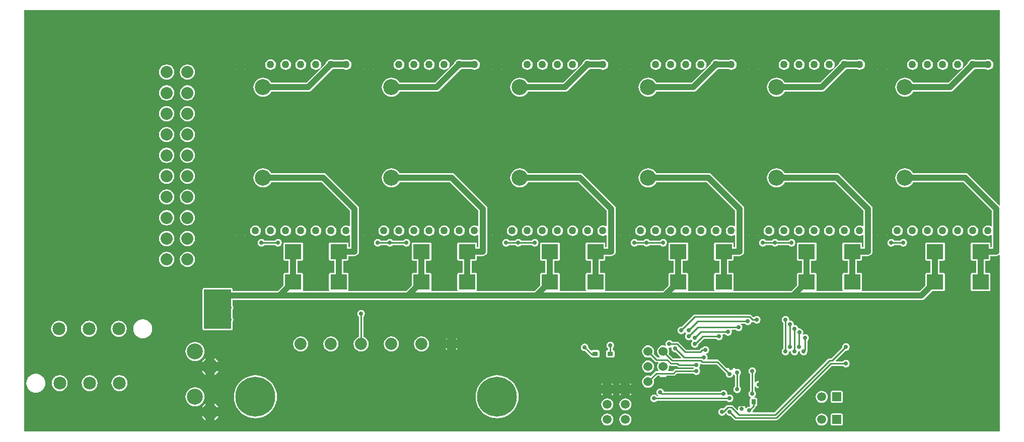
<source format=gbl>
G04 Layer_Physical_Order=2*
G04 Layer_Color=16711680*
%FSLAX24Y24*%
%MOIN*%
G70*
G01*
G75*
%ADD18C,0.0100*%
%ADD19C,0.0400*%
%ADD20C,0.0500*%
%ADD21R,0.0500X0.0500*%
%ADD22C,0.1058*%
%ADD23C,0.0801*%
%ADD24C,0.0850*%
%ADD25R,0.0591X0.0591*%
%ADD26C,0.0591*%
%ADD27C,0.0799*%
%ADD28R,0.0591X0.0591*%
%ADD29C,0.0600*%
%ADD30C,0.0290*%
%ADD31C,0.2640*%
%ADD32R,0.0354X0.0295*%
%ADD33R,0.0295X0.0354*%
%ADD34R,0.1100X0.1000*%
G36*
X64796Y15203D02*
X64746Y15182D01*
X62714Y17214D01*
X62651Y17262D01*
X62578Y17292D01*
X62500Y17303D01*
X59051D01*
X59026Y17351D01*
X58947Y17447D01*
X58851Y17526D01*
X58742Y17584D01*
X58623Y17620D01*
X58500Y17632D01*
X58377Y17620D01*
X58258Y17584D01*
X58149Y17526D01*
X58053Y17447D01*
X57974Y17351D01*
X57916Y17242D01*
X57880Y17123D01*
X57868Y17000D01*
X57880Y16877D01*
X57916Y16758D01*
X57974Y16649D01*
X58053Y16553D01*
X58149Y16474D01*
X58258Y16416D01*
X58377Y16380D01*
X58500Y16368D01*
X58623Y16380D01*
X58742Y16416D01*
X58851Y16474D01*
X58947Y16553D01*
X59026Y16649D01*
X59051Y16697D01*
X62375D01*
X64247Y14825D01*
Y13808D01*
X64203Y13786D01*
X64177Y13806D01*
X64091Y13841D01*
X64000Y13853D01*
X63909Y13841D01*
X63823Y13806D01*
X63750Y13750D01*
X63694Y13677D01*
X63659Y13591D01*
X63647Y13500D01*
X63659Y13409D01*
X63694Y13323D01*
X63750Y13250D01*
X63823Y13194D01*
X63909Y13159D01*
X64000Y13147D01*
X64091Y13159D01*
X64177Y13194D01*
X64203Y13214D01*
X64247Y13192D01*
Y12423D01*
X64172D01*
Y12620D01*
X64164Y12659D01*
X64142Y12692D01*
X64109Y12714D01*
X64070Y12722D01*
X62970D01*
X62931Y12714D01*
X62898Y12692D01*
X62876Y12659D01*
X62868Y12620D01*
Y11620D01*
X62876Y11581D01*
X62898Y11548D01*
X62931Y11526D01*
X62970Y11518D01*
X63217D01*
Y10702D01*
X62970D01*
X62931Y10694D01*
X62898Y10672D01*
X62876Y10639D01*
X62868Y10600D01*
Y9600D01*
X62876Y9561D01*
X62898Y9528D01*
X62931Y9506D01*
X62970Y9498D01*
X64070D01*
X64109Y9506D01*
X64142Y9528D01*
X64164Y9561D01*
X64172Y9600D01*
Y10600D01*
X64164Y10639D01*
X64142Y10672D01*
X64109Y10694D01*
X64070Y10702D01*
X63823D01*
Y11518D01*
X64070D01*
X64109Y11526D01*
X64142Y11548D01*
X64164Y11581D01*
X64172Y11620D01*
Y11817D01*
X64550D01*
X64628Y11828D01*
X64701Y11858D01*
X64746Y11892D01*
X64796Y11869D01*
Y204D01*
X204D01*
Y28096D01*
X64796D01*
Y15203D01*
D02*
G37*
%LPC*%
G36*
X16500Y13853D02*
X16409Y13841D01*
X16323Y13806D01*
X16250Y13750D01*
X16194Y13677D01*
X16159Y13591D01*
X16147Y13500D01*
X16159Y13409D01*
X16194Y13323D01*
X16250Y13250D01*
X16323Y13194D01*
X16409Y13159D01*
X16500Y13147D01*
X16591Y13159D01*
X16677Y13194D01*
X16750Y13250D01*
X16806Y13323D01*
X16841Y13409D01*
X16853Y13500D01*
X16841Y13591D01*
X16806Y13677D01*
X16750Y13750D01*
X16677Y13806D01*
X16591Y13841D01*
X16500Y13853D01*
D02*
G37*
G36*
X17500D02*
X17409Y13841D01*
X17323Y13806D01*
X17250Y13750D01*
X17194Y13677D01*
X17159Y13591D01*
X17147Y13500D01*
X17159Y13409D01*
X17194Y13323D01*
X17250Y13250D01*
X17323Y13194D01*
X17409Y13159D01*
X17500Y13147D01*
X17591Y13159D01*
X17677Y13194D01*
X17750Y13250D01*
X17806Y13323D01*
X17841Y13409D01*
X17853Y13500D01*
X17841Y13591D01*
X17806Y13677D01*
X17750Y13750D01*
X17677Y13806D01*
X17591Y13841D01*
X17500Y13853D01*
D02*
G37*
G36*
X51000Y12950D02*
X50904Y12931D01*
X50823Y12877D01*
X50808Y12853D01*
X50092D01*
X50077Y12877D01*
X49996Y12931D01*
X49900Y12950D01*
X49804Y12931D01*
X49723Y12877D01*
X49708Y12853D01*
X49292D01*
X49277Y12877D01*
X49196Y12931D01*
X49100Y12950D01*
X49004Y12931D01*
X48923Y12877D01*
X48869Y12796D01*
X48850Y12700D01*
X48869Y12604D01*
X48923Y12523D01*
X49004Y12469D01*
X49100Y12450D01*
X49196Y12469D01*
X49277Y12523D01*
X49292Y12547D01*
X49708D01*
X49723Y12523D01*
X49804Y12469D01*
X49900Y12450D01*
X49996Y12469D01*
X50077Y12523D01*
X50092Y12547D01*
X50808D01*
X50823Y12523D01*
X50904Y12469D01*
X51000Y12450D01*
X51096Y12469D01*
X51177Y12523D01*
X51231Y12604D01*
X51250Y12700D01*
X51231Y12796D01*
X51177Y12877D01*
X51096Y12931D01*
X51000Y12950D01*
D02*
G37*
G36*
X58400D02*
X58304Y12931D01*
X58223Y12877D01*
X58208Y12853D01*
X57792D01*
X57777Y12877D01*
X57696Y12931D01*
X57600Y12950D01*
X57504Y12931D01*
X57423Y12877D01*
X57369Y12796D01*
X57350Y12700D01*
X57369Y12604D01*
X57423Y12523D01*
X57504Y12469D01*
X57600Y12450D01*
X57696Y12469D01*
X57777Y12523D01*
X57792Y12547D01*
X58208D01*
X58223Y12523D01*
X58304Y12469D01*
X58400Y12450D01*
X58496Y12469D01*
X58577Y12523D01*
X58631Y12604D01*
X58650Y12700D01*
X58631Y12796D01*
X58577Y12877D01*
X58496Y12931D01*
X58400Y12950D01*
D02*
G37*
G36*
X15500Y13853D02*
X15409Y13841D01*
X15323Y13806D01*
X15250Y13750D01*
X15194Y13677D01*
X15159Y13591D01*
X15147Y13500D01*
X15159Y13409D01*
X15194Y13323D01*
X15250Y13250D01*
X15323Y13194D01*
X15409Y13159D01*
X15500Y13147D01*
X15591Y13159D01*
X15677Y13194D01*
X15750Y13250D01*
X15806Y13323D01*
X15841Y13409D01*
X15853Y13500D01*
X15841Y13591D01*
X15806Y13677D01*
X15750Y13750D01*
X15677Y13806D01*
X15591Y13841D01*
X15500Y13853D01*
D02*
G37*
G36*
X18500D02*
X18409Y13841D01*
X18323Y13806D01*
X18250Y13750D01*
X18194Y13677D01*
X18159Y13591D01*
X18147Y13500D01*
X18159Y13409D01*
X18194Y13323D01*
X18250Y13250D01*
X18323Y13194D01*
X18409Y13159D01*
X18500Y13147D01*
X18591Y13159D01*
X18677Y13194D01*
X18750Y13250D01*
X18806Y13323D01*
X18841Y13409D01*
X18853Y13500D01*
X18841Y13591D01*
X18806Y13677D01*
X18750Y13750D01*
X18677Y13806D01*
X18591Y13841D01*
X18500Y13853D01*
D02*
G37*
G36*
X25000D02*
X24909Y13841D01*
X24823Y13806D01*
X24750Y13750D01*
X24694Y13677D01*
X24659Y13591D01*
X24647Y13500D01*
X24659Y13409D01*
X24694Y13323D01*
X24750Y13250D01*
X24823Y13194D01*
X24909Y13159D01*
X25000Y13147D01*
X25091Y13159D01*
X25177Y13194D01*
X25250Y13250D01*
X25306Y13323D01*
X25341Y13409D01*
X25353Y13500D01*
X25341Y13591D01*
X25306Y13677D01*
X25250Y13750D01*
X25177Y13806D01*
X25091Y13841D01*
X25000Y13853D01*
D02*
G37*
G36*
X26000D02*
X25909Y13841D01*
X25823Y13806D01*
X25750Y13750D01*
X25694Y13677D01*
X25659Y13591D01*
X25647Y13500D01*
X25659Y13409D01*
X25694Y13323D01*
X25750Y13250D01*
X25823Y13194D01*
X25909Y13159D01*
X26000Y13147D01*
X26091Y13159D01*
X26177Y13194D01*
X26250Y13250D01*
X26306Y13323D01*
X26341Y13409D01*
X26353Y13500D01*
X26341Y13591D01*
X26306Y13677D01*
X26250Y13750D01*
X26177Y13806D01*
X26091Y13841D01*
X26000Y13853D01*
D02*
G37*
G36*
X24000D02*
X23909Y13841D01*
X23823Y13806D01*
X23750Y13750D01*
X23694Y13677D01*
X23659Y13591D01*
X23647Y13500D01*
X23659Y13409D01*
X23694Y13323D01*
X23750Y13250D01*
X23823Y13194D01*
X23909Y13159D01*
X24000Y13147D01*
X24091Y13159D01*
X24177Y13194D01*
X24250Y13250D01*
X24306Y13323D01*
X24341Y13409D01*
X24353Y13500D01*
X24341Y13591D01*
X24306Y13677D01*
X24250Y13750D01*
X24177Y13806D01*
X24091Y13841D01*
X24000Y13853D01*
D02*
G37*
G36*
X19500D02*
X19409Y13841D01*
X19323Y13806D01*
X19250Y13750D01*
X19194Y13677D01*
X19159Y13591D01*
X19147Y13500D01*
X19159Y13409D01*
X19194Y13323D01*
X19250Y13250D01*
X19323Y13194D01*
X19409Y13159D01*
X19500Y13147D01*
X19591Y13159D01*
X19677Y13194D01*
X19750Y13250D01*
X19806Y13323D01*
X19841Y13409D01*
X19853Y13500D01*
X19841Y13591D01*
X19806Y13677D01*
X19750Y13750D01*
X19677Y13806D01*
X19591Y13841D01*
X19500Y13853D01*
D02*
G37*
G36*
X20500D02*
X20409Y13841D01*
X20323Y13806D01*
X20250Y13750D01*
X20194Y13677D01*
X20159Y13591D01*
X20147Y13500D01*
X20159Y13409D01*
X20194Y13323D01*
X20250Y13250D01*
X20323Y13194D01*
X20409Y13159D01*
X20500Y13147D01*
X20591Y13159D01*
X20677Y13194D01*
X20750Y13250D01*
X20806Y13323D01*
X20841Y13409D01*
X20853Y13500D01*
X20841Y13591D01*
X20806Y13677D01*
X20750Y13750D01*
X20677Y13806D01*
X20591Y13841D01*
X20500Y13853D01*
D02*
G37*
G36*
X8040Y7631D02*
X8033Y7630D01*
X8027Y7631D01*
X7890Y7613D01*
X7877Y7608D01*
X7864Y7606D01*
X7736Y7553D01*
X7725Y7545D01*
X7713Y7539D01*
X7603Y7455D01*
X7595Y7445D01*
X7585Y7437D01*
X7501Y7327D01*
X7495Y7315D01*
X7487Y7304D01*
X7434Y7176D01*
X7432Y7163D01*
X7427Y7150D01*
X7409Y7013D01*
X7410Y7000D01*
X7409Y6987D01*
X7427Y6850D01*
X7432Y6837D01*
X7434Y6824D01*
X7487Y6696D01*
X7495Y6685D01*
X7501Y6673D01*
X7585Y6564D01*
X7595Y6555D01*
X7603Y6545D01*
X7713Y6461D01*
X7725Y6455D01*
X7736Y6447D01*
X7864Y6394D01*
X7877Y6392D01*
X7890Y6387D01*
X8027Y6369D01*
X8033Y6370D01*
X8040Y6369D01*
X8047Y6370D01*
X8053Y6369D01*
X8190Y6387D01*
X8203Y6392D01*
X8216Y6394D01*
X8344Y6447D01*
X8355Y6455D01*
X8367Y6461D01*
X8476Y6545D01*
X8485Y6555D01*
X8495Y6564D01*
X8579Y6673D01*
X8585Y6685D01*
X8593Y6696D01*
X8646Y6824D01*
X8648Y6837D01*
X8653Y6850D01*
X8671Y6987D01*
X8670Y7000D01*
X8671Y7013D01*
X8653Y7150D01*
X8648Y7163D01*
X8646Y7176D01*
X8593Y7304D01*
X8585Y7315D01*
X8579Y7327D01*
X8495Y7437D01*
X8485Y7445D01*
X8476Y7455D01*
X8367Y7539D01*
X8355Y7545D01*
X8344Y7553D01*
X8216Y7606D01*
X8203Y7608D01*
X8190Y7613D01*
X8053Y7631D01*
X8047Y7630D01*
X8040Y7631D01*
D02*
G37*
G36*
X9622Y12103D02*
X9491Y12086D01*
X9370Y12036D01*
X9265Y11955D01*
X9185Y11851D01*
X9134Y11729D01*
X9117Y11598D01*
X9134Y11468D01*
X9185Y11346D01*
X9265Y11241D01*
X9370Y11161D01*
X9491Y11111D01*
X9622Y11094D01*
X9753Y11111D01*
X9875Y11161D01*
X9979Y11241D01*
X10059Y11346D01*
X10110Y11468D01*
X10127Y11598D01*
X10110Y11729D01*
X10059Y11851D01*
X9979Y11955D01*
X9875Y12036D01*
X9753Y12086D01*
X9622Y12103D01*
D02*
G37*
G36*
X11000D02*
X10869Y12086D01*
X10748Y12036D01*
X10643Y11955D01*
X10563Y11851D01*
X10512Y11729D01*
X10495Y11598D01*
X10512Y11468D01*
X10563Y11346D01*
X10643Y11241D01*
X10748Y11161D01*
X10869Y11111D01*
X11000Y11094D01*
X11131Y11111D01*
X11252Y11161D01*
X11357Y11241D01*
X11437Y11346D01*
X11488Y11468D01*
X11505Y11598D01*
X11488Y11729D01*
X11437Y11851D01*
X11357Y11955D01*
X11252Y12036D01*
X11131Y12086D01*
X11000Y12103D01*
D02*
G37*
G36*
X4480Y7530D02*
X4343Y7511D01*
X4215Y7459D01*
X4106Y7374D01*
X4021Y7265D01*
X3969Y7137D01*
X3950Y7000D01*
X3969Y6863D01*
X4021Y6735D01*
X4106Y6626D01*
X4215Y6541D01*
X4343Y6489D01*
X4480Y6470D01*
X4617Y6489D01*
X4745Y6541D01*
X4854Y6626D01*
X4939Y6735D01*
X4991Y6863D01*
X5010Y7000D01*
X4991Y7137D01*
X4939Y7265D01*
X4854Y7374D01*
X4745Y7459D01*
X4617Y7511D01*
X4480Y7530D01*
D02*
G37*
G36*
X6460D02*
X6323Y7511D01*
X6195Y7459D01*
X6086Y7374D01*
X6001Y7265D01*
X5949Y7137D01*
X5930Y7000D01*
X5949Y6863D01*
X6001Y6735D01*
X6086Y6626D01*
X6195Y6541D01*
X6323Y6489D01*
X6460Y6470D01*
X6597Y6489D01*
X6725Y6541D01*
X6834Y6626D01*
X6919Y6735D01*
X6971Y6863D01*
X6990Y7000D01*
X6971Y7137D01*
X6919Y7265D01*
X6834Y7374D01*
X6725Y7459D01*
X6597Y7511D01*
X6460Y7530D01*
D02*
G37*
G36*
X48222Y7948D02*
X44595D01*
X44536Y7936D01*
X44487Y7903D01*
X43728Y7144D01*
X43700Y7150D01*
X43604Y7131D01*
X43523Y7077D01*
X43469Y6996D01*
X43450Y6900D01*
X43469Y6804D01*
X43523Y6723D01*
X43604Y6669D01*
X43700Y6650D01*
X43796Y6669D01*
X43877Y6723D01*
X43903Y6763D01*
X43963D01*
X43996Y6713D01*
X43997Y6713D01*
X44006Y6653D01*
X44003Y6646D01*
X43969Y6596D01*
X43950Y6500D01*
X43969Y6404D01*
X44023Y6323D01*
X44104Y6269D01*
X44200Y6250D01*
X44296Y6269D01*
X44356Y6310D01*
X44369Y6304D01*
X44423Y6223D01*
Y6177D01*
X44369Y6096D01*
X44350Y6000D01*
X44369Y5904D01*
X44423Y5823D01*
X44504Y5769D01*
X44600Y5750D01*
X44696Y5769D01*
X44777Y5823D01*
X44831Y5904D01*
X44850Y6000D01*
X44847Y6014D01*
X45181Y6347D01*
X46008D01*
X46023Y6323D01*
X46104Y6269D01*
X46200Y6250D01*
X46296Y6269D01*
X46377Y6323D01*
X46431Y6404D01*
X46450Y6500D01*
X46431Y6592D01*
X46432Y6603D01*
X46453Y6642D01*
X46611D01*
X46623Y6623D01*
X46704Y6569D01*
X46800Y6550D01*
X46896Y6569D01*
X46977Y6623D01*
X47031Y6704D01*
X47050Y6800D01*
X47031Y6896D01*
X47026Y6903D01*
X47049Y6947D01*
X47308D01*
X47323Y6923D01*
X47404Y6869D01*
X47500Y6850D01*
X47596Y6869D01*
X47677Y6923D01*
X47731Y7004D01*
X47750Y7100D01*
X47731Y7196D01*
X47677Y7277D01*
X47646Y7297D01*
X47661Y7347D01*
X47908D01*
X47923Y7323D01*
X48004Y7269D01*
X48100Y7250D01*
X48196Y7269D01*
X48277Y7323D01*
X48331Y7404D01*
X48334Y7420D01*
X48391Y7452D01*
X48417Y7447D01*
X48508D01*
X48523Y7423D01*
X48604Y7369D01*
X48700Y7350D01*
X48796Y7369D01*
X48877Y7423D01*
X48931Y7504D01*
X48950Y7600D01*
X48931Y7696D01*
X48877Y7777D01*
X48796Y7831D01*
X48700Y7850D01*
X48604Y7831D01*
X48523Y7777D01*
X48522Y7774D01*
X48464Y7770D01*
X48330Y7903D01*
X48281Y7936D01*
X48222Y7948D01*
D02*
G37*
G36*
X25500Y12950D02*
X25404Y12931D01*
X25323Y12877D01*
X25308Y12853D01*
X24592D01*
X24577Y12877D01*
X24496Y12931D01*
X24400Y12950D01*
X24304Y12931D01*
X24223Y12877D01*
X24208Y12853D01*
X23792D01*
X23777Y12877D01*
X23696Y12931D01*
X23600Y12950D01*
X23504Y12931D01*
X23423Y12877D01*
X23369Y12796D01*
X23350Y12700D01*
X23369Y12604D01*
X23423Y12523D01*
X23504Y12469D01*
X23600Y12450D01*
X23696Y12469D01*
X23777Y12523D01*
X23792Y12547D01*
X24208D01*
X24223Y12523D01*
X24304Y12469D01*
X24400Y12450D01*
X24496Y12469D01*
X24577Y12523D01*
X24592Y12547D01*
X25308D01*
X25323Y12523D01*
X25404Y12469D01*
X25500Y12450D01*
X25596Y12469D01*
X25677Y12523D01*
X25731Y12604D01*
X25750Y12700D01*
X25731Y12796D01*
X25677Y12877D01*
X25596Y12931D01*
X25500Y12950D01*
D02*
G37*
G36*
X34000D02*
X33904Y12931D01*
X33823Y12877D01*
X33808Y12853D01*
X33092D01*
X33077Y12877D01*
X32996Y12931D01*
X32900Y12950D01*
X32804Y12931D01*
X32723Y12877D01*
X32708Y12853D01*
X32292D01*
X32277Y12877D01*
X32196Y12931D01*
X32100Y12950D01*
X32004Y12931D01*
X31923Y12877D01*
X31869Y12796D01*
X31850Y12700D01*
X31869Y12604D01*
X31923Y12523D01*
X32004Y12469D01*
X32100Y12450D01*
X32196Y12469D01*
X32277Y12523D01*
X32292Y12547D01*
X32708D01*
X32723Y12523D01*
X32804Y12469D01*
X32900Y12450D01*
X32996Y12469D01*
X33077Y12523D01*
X33092Y12547D01*
X33808D01*
X33823Y12523D01*
X33904Y12469D01*
X34000Y12450D01*
X34096Y12469D01*
X34177Y12523D01*
X34231Y12604D01*
X34250Y12700D01*
X34231Y12796D01*
X34177Y12877D01*
X34096Y12931D01*
X34000Y12950D01*
D02*
G37*
G36*
X42500D02*
X42404Y12931D01*
X42323Y12877D01*
X42308Y12853D01*
X41592D01*
X41577Y12877D01*
X41496Y12931D01*
X41400Y12950D01*
X41304Y12931D01*
X41223Y12877D01*
X41208Y12853D01*
X40792D01*
X40777Y12877D01*
X40696Y12931D01*
X40600Y12950D01*
X40504Y12931D01*
X40423Y12877D01*
X40369Y12796D01*
X40350Y12700D01*
X40369Y12604D01*
X40423Y12523D01*
X40504Y12469D01*
X40600Y12450D01*
X40696Y12469D01*
X40777Y12523D01*
X40792Y12547D01*
X41208D01*
X41223Y12523D01*
X41304Y12469D01*
X41400Y12450D01*
X41496Y12469D01*
X41577Y12523D01*
X41592Y12547D01*
X42308D01*
X42323Y12523D01*
X42404Y12469D01*
X42500Y12450D01*
X42596Y12469D01*
X42677Y12523D01*
X42731Y12604D01*
X42750Y12700D01*
X42731Y12796D01*
X42677Y12877D01*
X42596Y12931D01*
X42500Y12950D01*
D02*
G37*
G36*
X9622Y13481D02*
X9491Y13464D01*
X9370Y13414D01*
X9265Y13333D01*
X9185Y13229D01*
X9134Y13107D01*
X9117Y12976D01*
X9134Y12846D01*
X9185Y12724D01*
X9265Y12619D01*
X9370Y12539D01*
X9491Y12489D01*
X9622Y12471D01*
X9753Y12489D01*
X9875Y12539D01*
X9979Y12619D01*
X10059Y12724D01*
X10110Y12846D01*
X10127Y12976D01*
X10110Y13107D01*
X10059Y13229D01*
X9979Y13333D01*
X9875Y13414D01*
X9753Y13464D01*
X9622Y13481D01*
D02*
G37*
G36*
X11000D02*
X10869Y13464D01*
X10748Y13414D01*
X10643Y13333D01*
X10563Y13229D01*
X10512Y13107D01*
X10495Y12976D01*
X10512Y12846D01*
X10563Y12724D01*
X10643Y12619D01*
X10748Y12539D01*
X10869Y12489D01*
X11000Y12471D01*
X11131Y12489D01*
X11252Y12539D01*
X11357Y12619D01*
X11437Y12724D01*
X11488Y12846D01*
X11505Y12976D01*
X11488Y13107D01*
X11437Y13229D01*
X11357Y13333D01*
X11252Y13414D01*
X11131Y13464D01*
X11000Y13481D01*
D02*
G37*
G36*
X17000Y12950D02*
X16904Y12931D01*
X16823Y12877D01*
X16808Y12853D01*
X16092D01*
X16077Y12877D01*
X15996Y12931D01*
X15900Y12950D01*
X15804Y12931D01*
X15723Y12877D01*
X15669Y12796D01*
X15650Y12700D01*
X15669Y12604D01*
X15723Y12523D01*
X15804Y12469D01*
X15900Y12450D01*
X15996Y12469D01*
X16077Y12523D01*
X16092Y12547D01*
X16808D01*
X16823Y12523D01*
X16904Y12469D01*
X17000Y12450D01*
X17096Y12469D01*
X17177Y12523D01*
X17231Y12604D01*
X17250Y12700D01*
X17231Y12796D01*
X17177Y12877D01*
X17096Y12931D01*
X17000Y12950D01*
D02*
G37*
G36*
X27000Y13853D02*
X26909Y13841D01*
X26823Y13806D01*
X26750Y13750D01*
X26694Y13677D01*
X26659Y13591D01*
X26647Y13500D01*
X26659Y13409D01*
X26694Y13323D01*
X26750Y13250D01*
X26823Y13194D01*
X26909Y13159D01*
X27000Y13147D01*
X27091Y13159D01*
X27177Y13194D01*
X27250Y13250D01*
X27306Y13323D01*
X27341Y13409D01*
X27353Y13500D01*
X27341Y13591D01*
X27306Y13677D01*
X27250Y13750D01*
X27177Y13806D01*
X27091Y13841D01*
X27000Y13853D01*
D02*
G37*
G36*
X50500D02*
X50409Y13841D01*
X50323Y13806D01*
X50250Y13750D01*
X50194Y13677D01*
X50159Y13591D01*
X50147Y13500D01*
X50159Y13409D01*
X50194Y13323D01*
X50250Y13250D01*
X50323Y13194D01*
X50409Y13159D01*
X50500Y13147D01*
X50591Y13159D01*
X50677Y13194D01*
X50750Y13250D01*
X50806Y13323D01*
X50841Y13409D01*
X50853Y13500D01*
X50841Y13591D01*
X50806Y13677D01*
X50750Y13750D01*
X50677Y13806D01*
X50591Y13841D01*
X50500Y13853D01*
D02*
G37*
G36*
X51500D02*
X51409Y13841D01*
X51323Y13806D01*
X51250Y13750D01*
X51194Y13677D01*
X51159Y13591D01*
X51147Y13500D01*
X51159Y13409D01*
X51194Y13323D01*
X51250Y13250D01*
X51323Y13194D01*
X51409Y13159D01*
X51500Y13147D01*
X51591Y13159D01*
X51677Y13194D01*
X51750Y13250D01*
X51806Y13323D01*
X51841Y13409D01*
X51853Y13500D01*
X51841Y13591D01*
X51806Y13677D01*
X51750Y13750D01*
X51677Y13806D01*
X51591Y13841D01*
X51500Y13853D01*
D02*
G37*
G36*
X52500D02*
X52409Y13841D01*
X52323Y13806D01*
X52250Y13750D01*
X52194Y13677D01*
X52159Y13591D01*
X52147Y13500D01*
X52159Y13409D01*
X52194Y13323D01*
X52250Y13250D01*
X52323Y13194D01*
X52409Y13159D01*
X52500Y13147D01*
X52591Y13159D01*
X52677Y13194D01*
X52750Y13250D01*
X52806Y13323D01*
X52841Y13409D01*
X52853Y13500D01*
X52841Y13591D01*
X52806Y13677D01*
X52750Y13750D01*
X52677Y13806D01*
X52591Y13841D01*
X52500Y13853D01*
D02*
G37*
G36*
X45000D02*
X44909Y13841D01*
X44823Y13806D01*
X44750Y13750D01*
X44694Y13677D01*
X44659Y13591D01*
X44647Y13500D01*
X44659Y13409D01*
X44694Y13323D01*
X44750Y13250D01*
X44823Y13194D01*
X44909Y13159D01*
X45000Y13147D01*
X45091Y13159D01*
X45177Y13194D01*
X45250Y13250D01*
X45306Y13323D01*
X45341Y13409D01*
X45353Y13500D01*
X45341Y13591D01*
X45306Y13677D01*
X45250Y13750D01*
X45177Y13806D01*
X45091Y13841D01*
X45000Y13853D01*
D02*
G37*
G36*
X46000D02*
X45909Y13841D01*
X45823Y13806D01*
X45750Y13750D01*
X45694Y13677D01*
X45659Y13591D01*
X45647Y13500D01*
X45659Y13409D01*
X45694Y13323D01*
X45750Y13250D01*
X45823Y13194D01*
X45909Y13159D01*
X46000Y13147D01*
X46091Y13159D01*
X46177Y13194D01*
X46250Y13250D01*
X46306Y13323D01*
X46341Y13409D01*
X46353Y13500D01*
X46341Y13591D01*
X46306Y13677D01*
X46250Y13750D01*
X46177Y13806D01*
X46091Y13841D01*
X46000Y13853D01*
D02*
G37*
G36*
X49500D02*
X49409Y13841D01*
X49323Y13806D01*
X49250Y13750D01*
X49194Y13677D01*
X49159Y13591D01*
X49147Y13500D01*
X49159Y13409D01*
X49194Y13323D01*
X49250Y13250D01*
X49323Y13194D01*
X49409Y13159D01*
X49500Y13147D01*
X49591Y13159D01*
X49677Y13194D01*
X49750Y13250D01*
X49806Y13323D01*
X49841Y13409D01*
X49853Y13500D01*
X49841Y13591D01*
X49806Y13677D01*
X49750Y13750D01*
X49677Y13806D01*
X49591Y13841D01*
X49500Y13853D01*
D02*
G37*
G36*
X59000D02*
X58909Y13841D01*
X58823Y13806D01*
X58750Y13750D01*
X58694Y13677D01*
X58659Y13591D01*
X58647Y13500D01*
X58659Y13409D01*
X58694Y13323D01*
X58750Y13250D01*
X58823Y13194D01*
X58909Y13159D01*
X59000Y13147D01*
X59091Y13159D01*
X59177Y13194D01*
X59250Y13250D01*
X59306Y13323D01*
X59341Y13409D01*
X59353Y13500D01*
X59341Y13591D01*
X59306Y13677D01*
X59250Y13750D01*
X59177Y13806D01*
X59091Y13841D01*
X59000Y13853D01*
D02*
G37*
G36*
X60000D02*
X59909Y13841D01*
X59823Y13806D01*
X59750Y13750D01*
X59694Y13677D01*
X59659Y13591D01*
X59647Y13500D01*
X59659Y13409D01*
X59694Y13323D01*
X59750Y13250D01*
X59823Y13194D01*
X59909Y13159D01*
X60000Y13147D01*
X60091Y13159D01*
X60177Y13194D01*
X60250Y13250D01*
X60306Y13323D01*
X60341Y13409D01*
X60353Y13500D01*
X60341Y13591D01*
X60306Y13677D01*
X60250Y13750D01*
X60177Y13806D01*
X60091Y13841D01*
X60000Y13853D01*
D02*
G37*
G36*
X61000D02*
X60909Y13841D01*
X60823Y13806D01*
X60750Y13750D01*
X60694Y13677D01*
X60659Y13591D01*
X60647Y13500D01*
X60659Y13409D01*
X60694Y13323D01*
X60750Y13250D01*
X60823Y13194D01*
X60909Y13159D01*
X61000Y13147D01*
X61091Y13159D01*
X61177Y13194D01*
X61250Y13250D01*
X61306Y13323D01*
X61341Y13409D01*
X61353Y13500D01*
X61341Y13591D01*
X61306Y13677D01*
X61250Y13750D01*
X61177Y13806D01*
X61091Y13841D01*
X61000Y13853D01*
D02*
G37*
G36*
X53500D02*
X53409Y13841D01*
X53323Y13806D01*
X53250Y13750D01*
X53194Y13677D01*
X53159Y13591D01*
X53147Y13500D01*
X53159Y13409D01*
X53194Y13323D01*
X53250Y13250D01*
X53323Y13194D01*
X53409Y13159D01*
X53500Y13147D01*
X53591Y13159D01*
X53677Y13194D01*
X53750Y13250D01*
X53806Y13323D01*
X53841Y13409D01*
X53853Y13500D01*
X53841Y13591D01*
X53806Y13677D01*
X53750Y13750D01*
X53677Y13806D01*
X53591Y13841D01*
X53500Y13853D01*
D02*
G37*
G36*
X54500D02*
X54409Y13841D01*
X54323Y13806D01*
X54250Y13750D01*
X54194Y13677D01*
X54159Y13591D01*
X54147Y13500D01*
X54159Y13409D01*
X54194Y13323D01*
X54250Y13250D01*
X54323Y13194D01*
X54409Y13159D01*
X54500Y13147D01*
X54591Y13159D01*
X54677Y13194D01*
X54750Y13250D01*
X54806Y13323D01*
X54841Y13409D01*
X54853Y13500D01*
X54841Y13591D01*
X54806Y13677D01*
X54750Y13750D01*
X54677Y13806D01*
X54591Y13841D01*
X54500Y13853D01*
D02*
G37*
G36*
X58000D02*
X57909Y13841D01*
X57823Y13806D01*
X57750Y13750D01*
X57694Y13677D01*
X57659Y13591D01*
X57647Y13500D01*
X57659Y13409D01*
X57694Y13323D01*
X57750Y13250D01*
X57823Y13194D01*
X57909Y13159D01*
X58000Y13147D01*
X58091Y13159D01*
X58177Y13194D01*
X58250Y13250D01*
X58306Y13323D01*
X58341Y13409D01*
X58353Y13500D01*
X58341Y13591D01*
X58306Y13677D01*
X58250Y13750D01*
X58177Y13806D01*
X58091Y13841D01*
X58000Y13853D01*
D02*
G37*
G36*
X33500D02*
X33409Y13841D01*
X33323Y13806D01*
X33250Y13750D01*
X33194Y13677D01*
X33159Y13591D01*
X33147Y13500D01*
X33159Y13409D01*
X33194Y13323D01*
X33250Y13250D01*
X33323Y13194D01*
X33409Y13159D01*
X33500Y13147D01*
X33591Y13159D01*
X33677Y13194D01*
X33750Y13250D01*
X33806Y13323D01*
X33841Y13409D01*
X33853Y13500D01*
X33841Y13591D01*
X33806Y13677D01*
X33750Y13750D01*
X33677Y13806D01*
X33591Y13841D01*
X33500Y13853D01*
D02*
G37*
G36*
X34500D02*
X34409Y13841D01*
X34323Y13806D01*
X34250Y13750D01*
X34194Y13677D01*
X34159Y13591D01*
X34147Y13500D01*
X34159Y13409D01*
X34194Y13323D01*
X34250Y13250D01*
X34323Y13194D01*
X34409Y13159D01*
X34500Y13147D01*
X34591Y13159D01*
X34677Y13194D01*
X34750Y13250D01*
X34806Y13323D01*
X34841Y13409D01*
X34853Y13500D01*
X34841Y13591D01*
X34806Y13677D01*
X34750Y13750D01*
X34677Y13806D01*
X34591Y13841D01*
X34500Y13853D01*
D02*
G37*
G36*
X35500D02*
X35409Y13841D01*
X35323Y13806D01*
X35250Y13750D01*
X35194Y13677D01*
X35159Y13591D01*
X35147Y13500D01*
X35159Y13409D01*
X35194Y13323D01*
X35250Y13250D01*
X35323Y13194D01*
X35409Y13159D01*
X35500Y13147D01*
X35591Y13159D01*
X35677Y13194D01*
X35750Y13250D01*
X35806Y13323D01*
X35841Y13409D01*
X35853Y13500D01*
X35841Y13591D01*
X35806Y13677D01*
X35750Y13750D01*
X35677Y13806D01*
X35591Y13841D01*
X35500Y13853D01*
D02*
G37*
G36*
X28000D02*
X27909Y13841D01*
X27823Y13806D01*
X27750Y13750D01*
X27694Y13677D01*
X27659Y13591D01*
X27647Y13500D01*
X27659Y13409D01*
X27694Y13323D01*
X27750Y13250D01*
X27823Y13194D01*
X27909Y13159D01*
X28000Y13147D01*
X28091Y13159D01*
X28177Y13194D01*
X28250Y13250D01*
X28306Y13323D01*
X28341Y13409D01*
X28353Y13500D01*
X28341Y13591D01*
X28306Y13677D01*
X28250Y13750D01*
X28177Y13806D01*
X28091Y13841D01*
X28000Y13853D01*
D02*
G37*
G36*
X29000D02*
X28909Y13841D01*
X28823Y13806D01*
X28750Y13750D01*
X28694Y13677D01*
X28659Y13591D01*
X28647Y13500D01*
X28659Y13409D01*
X28694Y13323D01*
X28750Y13250D01*
X28823Y13194D01*
X28909Y13159D01*
X29000Y13147D01*
X29091Y13159D01*
X29177Y13194D01*
X29250Y13250D01*
X29306Y13323D01*
X29341Y13409D01*
X29353Y13500D01*
X29341Y13591D01*
X29306Y13677D01*
X29250Y13750D01*
X29177Y13806D01*
X29091Y13841D01*
X29000Y13853D01*
D02*
G37*
G36*
X32500D02*
X32409Y13841D01*
X32323Y13806D01*
X32250Y13750D01*
X32194Y13677D01*
X32159Y13591D01*
X32147Y13500D01*
X32159Y13409D01*
X32194Y13323D01*
X32250Y13250D01*
X32323Y13194D01*
X32409Y13159D01*
X32500Y13147D01*
X32591Y13159D01*
X32677Y13194D01*
X32750Y13250D01*
X32806Y13323D01*
X32841Y13409D01*
X32853Y13500D01*
X32841Y13591D01*
X32806Y13677D01*
X32750Y13750D01*
X32677Y13806D01*
X32591Y13841D01*
X32500Y13853D01*
D02*
G37*
G36*
X42000D02*
X41909Y13841D01*
X41823Y13806D01*
X41750Y13750D01*
X41694Y13677D01*
X41659Y13591D01*
X41647Y13500D01*
X41659Y13409D01*
X41694Y13323D01*
X41750Y13250D01*
X41823Y13194D01*
X41909Y13159D01*
X42000Y13147D01*
X42091Y13159D01*
X42177Y13194D01*
X42250Y13250D01*
X42306Y13323D01*
X42341Y13409D01*
X42353Y13500D01*
X42341Y13591D01*
X42306Y13677D01*
X42250Y13750D01*
X42177Y13806D01*
X42091Y13841D01*
X42000Y13853D01*
D02*
G37*
G36*
X43000D02*
X42909Y13841D01*
X42823Y13806D01*
X42750Y13750D01*
X42694Y13677D01*
X42659Y13591D01*
X42647Y13500D01*
X42659Y13409D01*
X42694Y13323D01*
X42750Y13250D01*
X42823Y13194D01*
X42909Y13159D01*
X43000Y13147D01*
X43091Y13159D01*
X43177Y13194D01*
X43250Y13250D01*
X43306Y13323D01*
X43341Y13409D01*
X43353Y13500D01*
X43341Y13591D01*
X43306Y13677D01*
X43250Y13750D01*
X43177Y13806D01*
X43091Y13841D01*
X43000Y13853D01*
D02*
G37*
G36*
X44000D02*
X43909Y13841D01*
X43823Y13806D01*
X43750Y13750D01*
X43694Y13677D01*
X43659Y13591D01*
X43647Y13500D01*
X43659Y13409D01*
X43694Y13323D01*
X43750Y13250D01*
X43823Y13194D01*
X43909Y13159D01*
X44000Y13147D01*
X44091Y13159D01*
X44177Y13194D01*
X44250Y13250D01*
X44306Y13323D01*
X44341Y13409D01*
X44353Y13500D01*
X44341Y13591D01*
X44306Y13677D01*
X44250Y13750D01*
X44177Y13806D01*
X44091Y13841D01*
X44000Y13853D01*
D02*
G37*
G36*
X36500D02*
X36409Y13841D01*
X36323Y13806D01*
X36250Y13750D01*
X36194Y13677D01*
X36159Y13591D01*
X36147Y13500D01*
X36159Y13409D01*
X36194Y13323D01*
X36250Y13250D01*
X36323Y13194D01*
X36409Y13159D01*
X36500Y13147D01*
X36591Y13159D01*
X36677Y13194D01*
X36750Y13250D01*
X36806Y13323D01*
X36841Y13409D01*
X36853Y13500D01*
X36841Y13591D01*
X36806Y13677D01*
X36750Y13750D01*
X36677Y13806D01*
X36591Y13841D01*
X36500Y13853D01*
D02*
G37*
G36*
X37500D02*
X37409Y13841D01*
X37323Y13806D01*
X37250Y13750D01*
X37194Y13677D01*
X37159Y13591D01*
X37147Y13500D01*
X37159Y13409D01*
X37194Y13323D01*
X37250Y13250D01*
X37323Y13194D01*
X37409Y13159D01*
X37500Y13147D01*
X37591Y13159D01*
X37677Y13194D01*
X37750Y13250D01*
X37806Y13323D01*
X37841Y13409D01*
X37853Y13500D01*
X37841Y13591D01*
X37806Y13677D01*
X37750Y13750D01*
X37677Y13806D01*
X37591Y13841D01*
X37500Y13853D01*
D02*
G37*
G36*
X41000D02*
X40909Y13841D01*
X40823Y13806D01*
X40750Y13750D01*
X40694Y13677D01*
X40659Y13591D01*
X40647Y13500D01*
X40659Y13409D01*
X40694Y13323D01*
X40750Y13250D01*
X40823Y13194D01*
X40909Y13159D01*
X41000Y13147D01*
X41091Y13159D01*
X41177Y13194D01*
X41250Y13250D01*
X41306Y13323D01*
X41341Y13409D01*
X41353Y13500D01*
X41341Y13591D01*
X41306Y13677D01*
X41250Y13750D01*
X41177Y13806D01*
X41091Y13841D01*
X41000Y13853D01*
D02*
G37*
G36*
X42300Y3050D02*
X42204Y3031D01*
X42123Y2977D01*
X42069Y2896D01*
X42050Y2800D01*
X42069Y2704D01*
X42123Y2623D01*
X42154Y2603D01*
X42139Y2555D01*
X42092Y2553D01*
X42077Y2577D01*
X41996Y2631D01*
X41900Y2650D01*
X41804Y2631D01*
X41723Y2577D01*
X41669Y2496D01*
X41650Y2400D01*
X41669Y2304D01*
X41723Y2223D01*
X41804Y2169D01*
X41900Y2150D01*
X41996Y2169D01*
X42077Y2223D01*
X42092Y2247D01*
X46708D01*
X46723Y2223D01*
X46804Y2169D01*
X46900Y2150D01*
X46996Y2169D01*
X47077Y2223D01*
X47131Y2304D01*
X47150Y2400D01*
X47131Y2496D01*
X47077Y2577D01*
X46996Y2631D01*
X46900Y2650D01*
X46804Y2631D01*
X46784Y2617D01*
X46739Y2647D01*
X46750Y2700D01*
X46731Y2796D01*
X46677Y2877D01*
X46596Y2931D01*
X46500Y2950D01*
X46404Y2931D01*
X46323Y2877D01*
X46308Y2853D01*
X42539D01*
X42531Y2896D01*
X42477Y2977D01*
X42396Y3031D01*
X42300Y3050D01*
D02*
G37*
G36*
X38500Y2700D02*
X38404D01*
X38411Y2666D01*
X38433Y2633D01*
X38466Y2611D01*
X38500Y2604D01*
Y2700D01*
D02*
G37*
G36*
X39700D02*
X39604D01*
X39611Y2666D01*
X39633Y2633D01*
X39666Y2611D01*
X39700Y2604D01*
Y2700D01*
D02*
G37*
G36*
X11500Y3132D02*
X11377Y3120D01*
X11258Y3084D01*
X11149Y3026D01*
X11053Y2947D01*
X10974Y2851D01*
X10916Y2742D01*
X10880Y2623D01*
X10868Y2500D01*
X10880Y2377D01*
X10916Y2258D01*
X10974Y2149D01*
X11053Y2053D01*
X11149Y1974D01*
X11258Y1916D01*
X11377Y1880D01*
X11500Y1868D01*
X11623Y1880D01*
X11742Y1916D01*
X11851Y1974D01*
X11947Y2053D01*
X12026Y2149D01*
X12084Y2258D01*
X12120Y2377D01*
X12132Y2500D01*
X12120Y2623D01*
X12084Y2742D01*
X12026Y2851D01*
X11947Y2947D01*
X11851Y3026D01*
X11742Y3084D01*
X11623Y3120D01*
X11500Y3132D01*
D02*
G37*
G36*
X53000Y2899D02*
X52897Y2885D01*
X52801Y2845D01*
X52718Y2782D01*
X52655Y2699D01*
X52615Y2603D01*
X52601Y2500D01*
X52615Y2397D01*
X52655Y2301D01*
X52718Y2218D01*
X52801Y2155D01*
X52897Y2115D01*
X53000Y2101D01*
X53103Y2115D01*
X53199Y2155D01*
X53282Y2218D01*
X53345Y2301D01*
X53385Y2397D01*
X53399Y2500D01*
X53385Y2603D01*
X53345Y2699D01*
X53282Y2782D01*
X53199Y2845D01*
X53103Y2885D01*
X53000Y2899D01*
D02*
G37*
G36*
X54295Y2897D02*
X53705D01*
X53666Y2889D01*
X53633Y2867D01*
X53611Y2834D01*
X53603Y2795D01*
Y2205D01*
X53611Y2166D01*
X53633Y2133D01*
X53666Y2111D01*
X53705Y2103D01*
X54295D01*
X54334Y2111D01*
X54367Y2133D01*
X54389Y2166D01*
X54397Y2205D01*
Y2795D01*
X54389Y2834D01*
X54367Y2867D01*
X54334Y2889D01*
X54295Y2897D01*
D02*
G37*
G36*
X4520Y3930D02*
X4383Y3911D01*
X4255Y3859D01*
X4146Y3774D01*
X4061Y3665D01*
X4009Y3537D01*
X3990Y3400D01*
X4009Y3263D01*
X4061Y3135D01*
X4146Y3026D01*
X4255Y2941D01*
X4383Y2889D01*
X4520Y2870D01*
X4657Y2889D01*
X4785Y2941D01*
X4894Y3026D01*
X4979Y3135D01*
X5031Y3263D01*
X5050Y3400D01*
X5031Y3537D01*
X4979Y3665D01*
X4894Y3774D01*
X4785Y3859D01*
X4657Y3911D01*
X4520Y3930D01*
D02*
G37*
G36*
X6500D02*
X6363Y3911D01*
X6235Y3859D01*
X6126Y3774D01*
X6041Y3665D01*
X5989Y3537D01*
X5970Y3400D01*
X5989Y3263D01*
X6041Y3135D01*
X6126Y3026D01*
X6235Y2941D01*
X6363Y2889D01*
X6500Y2870D01*
X6637Y2889D01*
X6765Y2941D01*
X6874Y3026D01*
X6959Y3135D01*
X7011Y3263D01*
X7030Y3400D01*
X7011Y3537D01*
X6959Y3665D01*
X6874Y3774D01*
X6765Y3859D01*
X6637Y3911D01*
X6500Y3930D01*
D02*
G37*
G36*
X39700Y3396D02*
X39666Y3389D01*
X39633Y3367D01*
X39611Y3334D01*
X39604Y3300D01*
X39700D01*
Y3396D01*
D02*
G37*
G36*
X39196Y2700D02*
X39100D01*
Y2604D01*
X39134Y2611D01*
X39167Y2633D01*
X39189Y2666D01*
X39196Y2700D01*
D02*
G37*
G36*
X40396D02*
X40300D01*
Y2604D01*
X40334Y2611D01*
X40367Y2633D01*
X40389Y2666D01*
X40396Y2700D01*
D02*
G37*
G36*
X2540Y3930D02*
X2403Y3911D01*
X2275Y3859D01*
X2166Y3774D01*
X2081Y3665D01*
X2029Y3537D01*
X2010Y3400D01*
X2029Y3263D01*
X2081Y3135D01*
X2166Y3026D01*
X2275Y2941D01*
X2403Y2889D01*
X2540Y2870D01*
X2677Y2889D01*
X2805Y2941D01*
X2914Y3026D01*
X2999Y3135D01*
X3051Y3263D01*
X3070Y3400D01*
X3051Y3537D01*
X2999Y3665D01*
X2914Y3774D01*
X2805Y3859D01*
X2677Y3911D01*
X2540Y3930D01*
D02*
G37*
G36*
X54295Y1397D02*
X53705D01*
X53666Y1389D01*
X53633Y1367D01*
X53611Y1334D01*
X53603Y1295D01*
Y705D01*
X53611Y666D01*
X53633Y633D01*
X53666Y611D01*
X53705Y603D01*
X54295D01*
X54334Y611D01*
X54367Y633D01*
X54389Y666D01*
X54397Y705D01*
Y1295D01*
X54389Y1334D01*
X54367Y1367D01*
X54334Y1389D01*
X54295Y1397D01*
D02*
G37*
G36*
X12200Y1200D02*
X11947D01*
X11974Y1149D01*
X12053Y1053D01*
X12149Y974D01*
X12200Y947D01*
Y1200D01*
D02*
G37*
G36*
X13053D02*
X12800D01*
Y947D01*
X12851Y974D01*
X12947Y1053D01*
X13026Y1149D01*
X13053Y1200D01*
D02*
G37*
G36*
X38800Y1399D02*
X38697Y1385D01*
X38601Y1345D01*
X38518Y1282D01*
X38455Y1199D01*
X38415Y1103D01*
X38401Y1000D01*
X38415Y897D01*
X38455Y801D01*
X38518Y718D01*
X38601Y655D01*
X38697Y615D01*
X38800Y601D01*
X38903Y615D01*
X38999Y655D01*
X39082Y718D01*
X39145Y801D01*
X39185Y897D01*
X39199Y1000D01*
X39185Y1103D01*
X39145Y1199D01*
X39082Y1282D01*
X38999Y1345D01*
X38903Y1385D01*
X38800Y1399D01*
D02*
G37*
G36*
X40000D02*
X39897Y1385D01*
X39801Y1345D01*
X39718Y1282D01*
X39655Y1199D01*
X39615Y1103D01*
X39601Y1000D01*
X39615Y897D01*
X39655Y801D01*
X39718Y718D01*
X39801Y655D01*
X39897Y615D01*
X40000Y601D01*
X40103Y615D01*
X40199Y655D01*
X40282Y718D01*
X40345Y801D01*
X40385Y897D01*
X40399Y1000D01*
X40385Y1103D01*
X40345Y1199D01*
X40282Y1282D01*
X40199Y1345D01*
X40103Y1385D01*
X40000Y1399D01*
D02*
G37*
G36*
X53000D02*
X52897Y1385D01*
X52801Y1345D01*
X52718Y1282D01*
X52655Y1199D01*
X52615Y1103D01*
X52601Y1000D01*
X52615Y897D01*
X52655Y801D01*
X52718Y718D01*
X52801Y655D01*
X52897Y615D01*
X53000Y601D01*
X53103Y615D01*
X53199Y655D01*
X53282Y718D01*
X53345Y801D01*
X53385Y897D01*
X53399Y1000D01*
X53385Y1103D01*
X53345Y1199D01*
X53282Y1282D01*
X53199Y1345D01*
X53103Y1385D01*
X53000Y1399D01*
D02*
G37*
G36*
X40000Y2399D02*
X39897Y2385D01*
X39801Y2345D01*
X39718Y2282D01*
X39655Y2199D01*
X39615Y2103D01*
X39601Y2000D01*
X39615Y1897D01*
X39655Y1801D01*
X39718Y1718D01*
X39801Y1655D01*
X39897Y1615D01*
X40000Y1601D01*
X40103Y1615D01*
X40199Y1655D01*
X40282Y1718D01*
X40345Y1801D01*
X40385Y1897D01*
X40399Y2000D01*
X40385Y2103D01*
X40345Y2199D01*
X40282Y2282D01*
X40199Y2345D01*
X40103Y2385D01*
X40000Y2399D01*
D02*
G37*
G36*
X12200Y2053D02*
X12149Y2026D01*
X12053Y1947D01*
X11974Y1851D01*
X11947Y1800D01*
X12200D01*
Y2053D01*
D02*
G37*
G36*
X12800D02*
Y1800D01*
X13053D01*
X13026Y1851D01*
X12947Y1947D01*
X12851Y2026D01*
X12800Y2053D01*
D02*
G37*
G36*
X15500Y3924D02*
X15277Y3907D01*
X15060Y3855D01*
X14853Y3769D01*
X14663Y3652D01*
X14493Y3507D01*
X14348Y3337D01*
X14231Y3147D01*
X14145Y2940D01*
X14093Y2723D01*
X14076Y2500D01*
X14093Y2277D01*
X14145Y2060D01*
X14231Y1853D01*
X14348Y1663D01*
X14493Y1493D01*
X14663Y1348D01*
X14853Y1231D01*
X15060Y1145D01*
X15277Y1093D01*
X15500Y1076D01*
X15723Y1093D01*
X15940Y1145D01*
X16147Y1231D01*
X16337Y1348D01*
X16507Y1493D01*
X16652Y1663D01*
X16769Y1853D01*
X16855Y2060D01*
X16907Y2277D01*
X16924Y2500D01*
X16907Y2723D01*
X16855Y2940D01*
X16769Y3147D01*
X16652Y3337D01*
X16507Y3507D01*
X16337Y3652D01*
X16147Y3769D01*
X15940Y3855D01*
X15723Y3907D01*
X15500Y3924D01*
D02*
G37*
G36*
X31500D02*
X31277Y3907D01*
X31060Y3855D01*
X30853Y3769D01*
X30663Y3652D01*
X30493Y3507D01*
X30348Y3337D01*
X30231Y3147D01*
X30145Y2940D01*
X30093Y2723D01*
X30076Y2500D01*
X30093Y2277D01*
X30145Y2060D01*
X30231Y1853D01*
X30348Y1663D01*
X30493Y1493D01*
X30663Y1348D01*
X30853Y1231D01*
X31060Y1145D01*
X31277Y1093D01*
X31500Y1076D01*
X31723Y1093D01*
X31940Y1145D01*
X32147Y1231D01*
X32337Y1348D01*
X32507Y1493D01*
X32652Y1663D01*
X32769Y1853D01*
X32855Y2060D01*
X32907Y2277D01*
X32924Y2500D01*
X32907Y2723D01*
X32855Y2940D01*
X32769Y3147D01*
X32652Y3337D01*
X32507Y3507D01*
X32337Y3652D01*
X32147Y3769D01*
X31940Y3855D01*
X31723Y3907D01*
X31500Y3924D01*
D02*
G37*
G36*
X38800Y2399D02*
X38697Y2385D01*
X38601Y2345D01*
X38518Y2282D01*
X38455Y2199D01*
X38415Y2103D01*
X38401Y2000D01*
X38415Y1897D01*
X38455Y1801D01*
X38518Y1718D01*
X38601Y1655D01*
X38697Y1615D01*
X38800Y1601D01*
X38903Y1615D01*
X38999Y1655D01*
X39082Y1718D01*
X39145Y1801D01*
X39185Y1897D01*
X39199Y2000D01*
X39185Y2103D01*
X39145Y2199D01*
X39082Y2282D01*
X38999Y2345D01*
X38903Y2385D01*
X38800Y2399D01*
D02*
G37*
G36*
X38500Y3396D02*
X38466Y3389D01*
X38433Y3367D01*
X38411Y3334D01*
X38404Y3300D01*
X38500D01*
Y3396D01*
D02*
G37*
G36*
X24500Y6504D02*
X24370Y6487D01*
X24248Y6436D01*
X24144Y6356D01*
X24064Y6252D01*
X24013Y6130D01*
X23996Y6000D01*
X24013Y5870D01*
X24064Y5748D01*
X24144Y5644D01*
X24248Y5564D01*
X24370Y5513D01*
X24500Y5496D01*
X24630Y5513D01*
X24752Y5564D01*
X24856Y5644D01*
X24936Y5748D01*
X24987Y5870D01*
X25004Y6000D01*
X24987Y6130D01*
X24936Y6252D01*
X24856Y6356D01*
X24752Y6436D01*
X24630Y6487D01*
X24500Y6504D01*
D02*
G37*
G36*
X26500D02*
X26370Y6487D01*
X26248Y6436D01*
X26144Y6356D01*
X26064Y6252D01*
X26013Y6130D01*
X25996Y6000D01*
X26013Y5870D01*
X26064Y5748D01*
X26144Y5644D01*
X26248Y5564D01*
X26370Y5513D01*
X26500Y5496D01*
X26630Y5513D01*
X26752Y5564D01*
X26856Y5644D01*
X26936Y5748D01*
X26987Y5870D01*
X27004Y6000D01*
X26987Y6130D01*
X26936Y6252D01*
X26856Y6356D01*
X26752Y6436D01*
X26630Y6487D01*
X26500Y6504D01*
D02*
G37*
G36*
X54600Y6050D02*
X54504Y6031D01*
X54423Y5977D01*
X54369Y5896D01*
X54350Y5800D01*
X54356Y5772D01*
X53637Y5053D01*
X53517D01*
X53459Y5041D01*
X53409Y5008D01*
X49859Y1458D01*
X48453D01*
X48432Y1497D01*
X48431Y1508D01*
X48450Y1600D01*
X48444Y1628D01*
X48593Y1776D01*
X48626Y1826D01*
X48637Y1882D01*
X48671Y1889D01*
X48704Y1911D01*
X48726Y1944D01*
X48734Y1983D01*
Y2337D01*
X48726Y2376D01*
X48704Y2409D01*
X48671Y2431D01*
X48632Y2439D01*
X48541D01*
X48525Y2489D01*
X48577Y2523D01*
X48631Y2604D01*
X48650Y2700D01*
X48631Y2796D01*
X48577Y2877D01*
X48553Y2892D01*
Y3176D01*
X48603Y3191D01*
X48638Y3138D01*
X48719Y3084D01*
X48815Y3065D01*
Y3565D01*
X48719Y3546D01*
X48638Y3492D01*
X48603Y3439D01*
X48553Y3454D01*
Y4008D01*
X48577Y4023D01*
X48631Y4104D01*
X48650Y4200D01*
X48631Y4296D01*
X48577Y4377D01*
X48496Y4431D01*
X48400Y4450D01*
X48304Y4431D01*
X48223Y4377D01*
X48169Y4296D01*
X48150Y4200D01*
X48169Y4104D01*
X48223Y4023D01*
X48247Y4008D01*
Y2892D01*
X48223Y2877D01*
X48169Y2796D01*
X48150Y2700D01*
X48169Y2604D01*
X48223Y2523D01*
X48288Y2480D01*
X48291Y2463D01*
X48289Y2427D01*
X48288Y2425D01*
X48265Y2409D01*
X48243Y2376D01*
X48235Y2337D01*
Y1983D01*
X48243Y1944D01*
X48265Y1911D01*
X48267Y1884D01*
X48228Y1844D01*
X48200Y1850D01*
X48104Y1831D01*
X48023Y1777D01*
X47994Y1733D01*
X47941Y1744D01*
X47931Y1796D01*
X47907Y1831D01*
X47934Y1881D01*
X47796D01*
Y1860D01*
X47512D01*
X47469Y1796D01*
X47450Y1700D01*
X47462Y1643D01*
X47416Y1618D01*
X47130Y1903D01*
X47081Y1936D01*
X47022Y1948D01*
X46778D01*
X46719Y1936D01*
X46670Y1903D01*
X46497Y1730D01*
X46496Y1731D01*
X46400Y1750D01*
X46304Y1731D01*
X46223Y1677D01*
X46169Y1596D01*
X46150Y1500D01*
X46169Y1404D01*
X46223Y1323D01*
X46304Y1269D01*
X46400Y1250D01*
X46496Y1269D01*
X46577Y1323D01*
X46622Y1392D01*
X46633Y1394D01*
X46667D01*
X46678Y1392D01*
X46723Y1323D01*
X46804Y1269D01*
X46900Y1250D01*
X46928Y1256D01*
X47187Y997D01*
X47236Y964D01*
X47295Y952D01*
X50005D01*
X50064Y964D01*
X50113Y997D01*
X53663Y4547D01*
X54408D01*
X54423Y4523D01*
X54504Y4469D01*
X54600Y4450D01*
X54696Y4469D01*
X54777Y4523D01*
X54831Y4604D01*
X54850Y4700D01*
X54831Y4796D01*
X54777Y4877D01*
X54696Y4931D01*
X54600Y4950D01*
X54504Y4931D01*
X54423Y4877D01*
X54408Y4853D01*
X53935D01*
X53915Y4899D01*
X54572Y5556D01*
X54600Y5550D01*
X54696Y5569D01*
X54777Y5623D01*
X54831Y5704D01*
X54850Y5800D01*
X54831Y5896D01*
X54777Y5977D01*
X54696Y6031D01*
X54600Y6050D01*
D02*
G37*
G36*
X18500Y6504D02*
X18370Y6487D01*
X18248Y6436D01*
X18144Y6356D01*
X18064Y6252D01*
X18013Y6130D01*
X17996Y6000D01*
X18013Y5870D01*
X18064Y5748D01*
X18144Y5644D01*
X18248Y5564D01*
X18370Y5513D01*
X18500Y5496D01*
X18630Y5513D01*
X18752Y5564D01*
X18856Y5644D01*
X18936Y5748D01*
X18987Y5870D01*
X19004Y6000D01*
X18987Y6130D01*
X18936Y6252D01*
X18856Y6356D01*
X18752Y6436D01*
X18630Y6487D01*
X18500Y6504D01*
D02*
G37*
G36*
X20500D02*
X20370Y6487D01*
X20248Y6436D01*
X20144Y6356D01*
X20064Y6252D01*
X20013Y6130D01*
X19996Y6000D01*
X20013Y5870D01*
X20064Y5748D01*
X20144Y5644D01*
X20248Y5564D01*
X20370Y5513D01*
X20500Y5496D01*
X20630Y5513D01*
X20752Y5564D01*
X20856Y5644D01*
X20936Y5748D01*
X20987Y5870D01*
X21004Y6000D01*
X20987Y6130D01*
X20936Y6252D01*
X20856Y6356D01*
X20752Y6436D01*
X20630Y6487D01*
X20500Y6504D01*
D02*
G37*
G36*
X22500Y8250D02*
X22404Y8231D01*
X22323Y8177D01*
X22269Y8096D01*
X22250Y8000D01*
X22269Y7904D01*
X22323Y7823D01*
X22347Y7808D01*
Y6477D01*
X22248Y6436D01*
X22144Y6356D01*
X22064Y6252D01*
X22013Y6130D01*
X21996Y6000D01*
X22013Y5870D01*
X22064Y5748D01*
X22144Y5644D01*
X22248Y5564D01*
X22370Y5513D01*
X22500Y5496D01*
X22630Y5513D01*
X22752Y5564D01*
X22856Y5644D01*
X22936Y5748D01*
X22987Y5870D01*
X23004Y6000D01*
X22987Y6130D01*
X22936Y6252D01*
X22856Y6356D01*
X22752Y6436D01*
X22653Y6477D01*
Y7808D01*
X22677Y7823D01*
X22731Y7904D01*
X22750Y8000D01*
X22731Y8096D01*
X22677Y8177D01*
X22596Y8231D01*
X22500Y8250D01*
D02*
G37*
G36*
X28200Y6400D02*
X28144Y6356D01*
X28100Y6300D01*
X28200D01*
Y6400D01*
D02*
G37*
G36*
X28800D02*
Y6300D01*
X28900D01*
X28856Y6356D01*
X28800Y6400D01*
D02*
G37*
G36*
X2500Y7530D02*
X2363Y7511D01*
X2235Y7459D01*
X2126Y7374D01*
X2041Y7265D01*
X1989Y7137D01*
X1970Y7000D01*
X1989Y6863D01*
X2041Y6735D01*
X2126Y6626D01*
X2235Y6541D01*
X2363Y6489D01*
X2500Y6470D01*
X2637Y6489D01*
X2765Y6541D01*
X2874Y6626D01*
X2959Y6735D01*
X3011Y6863D01*
X3030Y7000D01*
X3011Y7137D01*
X2959Y7265D01*
X2874Y7374D01*
X2765Y7459D01*
X2637Y7511D01*
X2500Y7530D01*
D02*
G37*
G36*
X28200Y5700D02*
X28100D01*
X28144Y5644D01*
X28200Y5600D01*
Y5700D01*
D02*
G37*
G36*
X28900D02*
X28800D01*
Y5600D01*
X28856Y5644D01*
X28900Y5700D01*
D02*
G37*
G36*
X42900Y6250D02*
X42804Y6231D01*
X42723Y6177D01*
X42669Y6096D01*
X42650Y6000D01*
X42666Y5918D01*
X42638Y5887D01*
X42627Y5880D01*
X42604Y5890D01*
X42500Y5903D01*
X42396Y5890D01*
X42298Y5849D01*
X42215Y5785D01*
X42151Y5702D01*
X42110Y5604D01*
X42097Y5500D01*
X42110Y5396D01*
X42151Y5298D01*
X42215Y5215D01*
X42295Y5153D01*
X42295Y5148D01*
X42270Y5103D01*
X42113D01*
X41870Y5347D01*
X41890Y5396D01*
X41903Y5500D01*
X41890Y5604D01*
X41849Y5702D01*
X41785Y5785D01*
X41702Y5849D01*
X41604Y5890D01*
X41500Y5903D01*
X41396Y5890D01*
X41298Y5849D01*
X41215Y5785D01*
X41151Y5702D01*
X41110Y5604D01*
X41097Y5500D01*
X41110Y5396D01*
X41151Y5298D01*
X41215Y5215D01*
X41298Y5151D01*
X41396Y5110D01*
X41500Y5097D01*
X41604Y5110D01*
X41653Y5131D01*
X41942Y4842D01*
X41991Y4809D01*
X42050Y4797D01*
X42161D01*
X42185Y4747D01*
X42151Y4702D01*
X42110Y4604D01*
X42097Y4500D01*
X42110Y4396D01*
X42151Y4298D01*
X42185Y4253D01*
X42161Y4203D01*
X42050D01*
X41991Y4191D01*
X41942Y4158D01*
X41653Y3869D01*
X41604Y3890D01*
X41500Y3903D01*
X41396Y3890D01*
X41298Y3849D01*
X41215Y3785D01*
X41151Y3702D01*
X41110Y3604D01*
X41097Y3500D01*
X41110Y3396D01*
X41151Y3298D01*
X41215Y3215D01*
X41298Y3151D01*
X41396Y3110D01*
X41500Y3097D01*
X41604Y3110D01*
X41702Y3151D01*
X41785Y3215D01*
X41849Y3298D01*
X41890Y3396D01*
X41903Y3500D01*
X41890Y3604D01*
X41870Y3653D01*
X42113Y3897D01*
X42270D01*
X42295Y3852D01*
X42295Y3847D01*
X42234Y3800D01*
X42500D01*
X42766D01*
X42705Y3847D01*
X42705Y3852D01*
X42730Y3897D01*
X43186D01*
X43245Y3909D01*
X43295Y3942D01*
X43400Y4047D01*
X44508D01*
X44523Y4023D01*
X44604Y3969D01*
X44700Y3950D01*
X44796Y3969D01*
X44877Y4023D01*
X44931Y4104D01*
X44950Y4200D01*
X44931Y4296D01*
X44877Y4377D01*
Y4423D01*
X44931Y4504D01*
X44950Y4600D01*
X44938Y4660D01*
X44941Y4664D01*
X44983Y4688D01*
X45019Y4664D01*
X45078Y4652D01*
X46032D01*
X46649Y4035D01*
X46643Y4007D01*
X46662Y3911D01*
X46716Y3830D01*
X46797Y3776D01*
X46893Y3757D01*
X46989Y3776D01*
X47070Y3830D01*
X47124Y3911D01*
X47135Y3966D01*
X47188Y3977D01*
X47223Y3923D01*
X47247Y3908D01*
Y3192D01*
X47223Y3177D01*
X47169Y3096D01*
X47150Y3000D01*
X47169Y2904D01*
X47223Y2823D01*
X47304Y2769D01*
X47400Y2750D01*
X47496Y2769D01*
X47577Y2823D01*
X47631Y2904D01*
X47650Y3000D01*
X47631Y3096D01*
X47577Y3177D01*
X47553Y3192D01*
Y3908D01*
X47577Y3923D01*
X47631Y4004D01*
X47650Y4100D01*
X47631Y4196D01*
X47577Y4277D01*
X47496Y4331D01*
X47400Y4350D01*
X47304Y4331D01*
X47284Y4317D01*
X47239Y4347D01*
X47250Y4400D01*
X46716D01*
X46702Y4414D01*
X46702Y4414D01*
X46203Y4913D01*
X46154Y4946D01*
X46095Y4958D01*
X45453D01*
X45432Y4997D01*
X45431Y5008D01*
X45450Y5100D01*
X45431Y5196D01*
X45377Y5277D01*
X45333Y5306D01*
X45344Y5359D01*
X45396Y5369D01*
X45477Y5423D01*
X45531Y5504D01*
X45550Y5600D01*
X45531Y5696D01*
X45477Y5777D01*
X45396Y5831D01*
X45300Y5850D01*
X45204Y5831D01*
X45123Y5777D01*
X45108Y5753D01*
X45100D01*
X45041Y5741D01*
X44992Y5708D01*
X44900Y5616D01*
X44017D01*
X43525Y6108D01*
X43476Y6141D01*
X43417Y6153D01*
X43092D01*
X43077Y6177D01*
X42996Y6231D01*
X42900Y6250D01*
D02*
G37*
G36*
X13053Y4200D02*
X12800D01*
Y3947D01*
X12851Y3974D01*
X12947Y4053D01*
X13026Y4149D01*
X13053Y4200D01*
D02*
G37*
G36*
X960Y4031D02*
X953Y4030D01*
X947Y4031D01*
X810Y4013D01*
X797Y4008D01*
X784Y4006D01*
X656Y3953D01*
X645Y3945D01*
X633Y3939D01*
X523Y3855D01*
X515Y3845D01*
X505Y3837D01*
X421Y3727D01*
X415Y3715D01*
X407Y3704D01*
X354Y3576D01*
X352Y3563D01*
X347Y3550D01*
X329Y3413D01*
X330Y3400D01*
X329Y3387D01*
X347Y3250D01*
X352Y3237D01*
X354Y3224D01*
X407Y3096D01*
X415Y3085D01*
X421Y3073D01*
X505Y2964D01*
X515Y2955D01*
X523Y2945D01*
X633Y2861D01*
X645Y2855D01*
X656Y2847D01*
X784Y2794D01*
X797Y2792D01*
X810Y2787D01*
X947Y2769D01*
X953Y2770D01*
X960Y2769D01*
X967Y2770D01*
X973Y2769D01*
X1110Y2787D01*
X1123Y2792D01*
X1136Y2794D01*
X1264Y2847D01*
X1275Y2855D01*
X1287Y2861D01*
X1397Y2945D01*
X1405Y2955D01*
X1415Y2964D01*
X1499Y3073D01*
X1505Y3085D01*
X1513Y3096D01*
X1566Y3224D01*
X1568Y3237D01*
X1573Y3250D01*
X1591Y3387D01*
X1590Y3400D01*
X1591Y3413D01*
X1573Y3550D01*
X1568Y3563D01*
X1566Y3576D01*
X1513Y3704D01*
X1505Y3715D01*
X1499Y3727D01*
X1415Y3837D01*
X1405Y3845D01*
X1397Y3855D01*
X1287Y3939D01*
X1275Y3945D01*
X1264Y3953D01*
X1136Y4006D01*
X1123Y4008D01*
X1110Y4013D01*
X973Y4031D01*
X967Y4030D01*
X960Y4031D01*
D02*
G37*
G36*
X41500Y4903D02*
X41396Y4890D01*
X41298Y4849D01*
X41215Y4785D01*
X41151Y4702D01*
X41110Y4604D01*
X41097Y4500D01*
X41110Y4396D01*
X41151Y4298D01*
X41215Y4215D01*
X41298Y4151D01*
X41396Y4110D01*
X41500Y4097D01*
X41604Y4110D01*
X41702Y4151D01*
X41785Y4215D01*
X41849Y4298D01*
X41890Y4396D01*
X41903Y4500D01*
X41890Y4604D01*
X41849Y4702D01*
X41785Y4785D01*
X41702Y4849D01*
X41604Y4890D01*
X41500Y4903D01*
D02*
G37*
G36*
X39100Y3396D02*
Y3300D01*
X39196D01*
X39189Y3334D01*
X39167Y3367D01*
X39134Y3389D01*
X39100Y3396D01*
D02*
G37*
G36*
X40300D02*
Y3300D01*
X40396D01*
X40389Y3334D01*
X40367Y3367D01*
X40334Y3389D01*
X40300Y3396D01*
D02*
G37*
G36*
X12200Y4200D02*
X11947D01*
X11974Y4149D01*
X12053Y4053D01*
X12149Y3974D01*
X12200Y3947D01*
Y4200D01*
D02*
G37*
G36*
X37300Y6025D02*
X37204Y6006D01*
X37123Y5951D01*
X37069Y5870D01*
X37050Y5775D01*
X37069Y5679D01*
X37123Y5598D01*
X37204Y5544D01*
X37300Y5525D01*
X37328Y5531D01*
X37671Y5187D01*
X37721Y5154D01*
X37733Y5152D01*
X37751Y5125D01*
X37784Y5103D01*
X37823Y5095D01*
X38177D01*
X38216Y5103D01*
X38249Y5125D01*
X38271Y5158D01*
X38279Y5197D01*
Y5492D01*
X38271Y5531D01*
X38249Y5564D01*
X38216Y5586D01*
X38177Y5594D01*
X37823D01*
X37784Y5586D01*
X37751Y5564D01*
X37729Y5562D01*
X37544Y5747D01*
X37550Y5775D01*
X37531Y5870D01*
X37477Y5951D01*
X37396Y6006D01*
X37300Y6025D01*
D02*
G37*
G36*
X39000Y6150D02*
X38904Y6131D01*
X38823Y6077D01*
X38769Y5996D01*
X38750Y5900D01*
X38769Y5804D01*
X38823Y5723D01*
X38847Y5708D01*
Y5594D01*
X38823D01*
X38784Y5586D01*
X38751Y5564D01*
X38729Y5531D01*
X38721Y5492D01*
Y5197D01*
X38729Y5158D01*
X38751Y5125D01*
X38784Y5103D01*
X38823Y5095D01*
X39177D01*
X39216Y5103D01*
X39249Y5125D01*
X39271Y5158D01*
X39279Y5197D01*
Y5492D01*
X39271Y5531D01*
X39249Y5564D01*
X39216Y5586D01*
X39177Y5594D01*
X39153D01*
Y5708D01*
X39177Y5723D01*
X39231Y5804D01*
X39250Y5900D01*
X39231Y5996D01*
X39177Y6077D01*
X39096Y6131D01*
X39000Y6150D01*
D02*
G37*
G36*
X50600Y7850D02*
X50504Y7831D01*
X50423Y7777D01*
X50369Y7696D01*
X50350Y7600D01*
X50369Y7504D01*
X50423Y7423D01*
X50447Y7408D01*
Y5692D01*
X50423Y5677D01*
X50369Y5596D01*
X50350Y5500D01*
X50369Y5404D01*
X50423Y5323D01*
X50504Y5269D01*
X50600Y5250D01*
X50696Y5269D01*
X50777Y5323D01*
X50831Y5404D01*
X50850Y5500D01*
X50849Y5504D01*
X50884Y5545D01*
X50916D01*
X50951Y5504D01*
X50950Y5500D01*
X50969Y5404D01*
X51023Y5323D01*
X51104Y5269D01*
X51200Y5250D01*
X51296Y5269D01*
X51377Y5323D01*
X51431Y5404D01*
X51450Y5500D01*
X51449Y5504D01*
X51484Y5545D01*
X51516D01*
X51551Y5504D01*
X51550Y5500D01*
X51569Y5404D01*
X51623Y5323D01*
X51704Y5269D01*
X51800Y5250D01*
X51896Y5269D01*
X51977Y5323D01*
X52031Y5404D01*
X52050Y5500D01*
X52041Y5542D01*
X52053Y5600D01*
Y6208D01*
X52077Y6223D01*
X52131Y6304D01*
X52150Y6400D01*
X52131Y6496D01*
X52077Y6577D01*
X51996Y6631D01*
X51900Y6650D01*
X51804Y6631D01*
X51769Y6607D01*
X51733Y6643D01*
X51757Y6679D01*
X51776Y6774D01*
X51757Y6870D01*
X51702Y6951D01*
X51621Y7005D01*
X51526Y7024D01*
X51454Y7010D01*
X51436Y7101D01*
X51382Y7182D01*
X51301Y7236D01*
X51205Y7255D01*
X51182Y7250D01*
X51147Y7286D01*
X51150Y7300D01*
X51131Y7396D01*
X51077Y7477D01*
X50996Y7531D01*
X50900Y7550D01*
X50881Y7546D01*
X50846Y7581D01*
X50850Y7600D01*
X50831Y7696D01*
X50777Y7777D01*
X50696Y7831D01*
X50600Y7850D01*
D02*
G37*
G36*
X12200Y5053D02*
X12149Y5026D01*
X12053Y4947D01*
X11974Y4851D01*
X11947Y4800D01*
X12200D01*
Y5053D01*
D02*
G37*
G36*
X12800D02*
Y4800D01*
X13053D01*
X13026Y4851D01*
X12947Y4947D01*
X12851Y5026D01*
X12800Y5053D01*
D02*
G37*
G36*
X11500Y6132D02*
X11377Y6120D01*
X11258Y6084D01*
X11149Y6026D01*
X11053Y5947D01*
X10974Y5851D01*
X10916Y5742D01*
X10880Y5623D01*
X10868Y5500D01*
X10880Y5377D01*
X10916Y5258D01*
X10974Y5149D01*
X11053Y5053D01*
X11149Y4974D01*
X11258Y4916D01*
X11377Y4880D01*
X11500Y4868D01*
X11623Y4880D01*
X11742Y4916D01*
X11851Y4974D01*
X11947Y5053D01*
X12026Y5149D01*
X12084Y5258D01*
X12120Y5377D01*
X12132Y5500D01*
X12120Y5623D01*
X12084Y5742D01*
X12026Y5851D01*
X11947Y5947D01*
X11851Y6026D01*
X11742Y6084D01*
X11623Y6120D01*
X11500Y6132D01*
D02*
G37*
G36*
X59000Y24853D02*
X58909Y24841D01*
X58823Y24806D01*
X58750Y24750D01*
X58694Y24677D01*
X58659Y24591D01*
X58647Y24500D01*
X58659Y24409D01*
X58694Y24323D01*
X58750Y24250D01*
X58823Y24194D01*
X58909Y24159D01*
X59000Y24147D01*
X59091Y24159D01*
X59177Y24194D01*
X59250Y24250D01*
X59306Y24323D01*
X59341Y24409D01*
X59353Y24500D01*
X59341Y24591D01*
X59306Y24677D01*
X59250Y24750D01*
X59177Y24806D01*
X59091Y24841D01*
X59000Y24853D01*
D02*
G37*
G36*
X60000D02*
X59909Y24841D01*
X59823Y24806D01*
X59750Y24750D01*
X59694Y24677D01*
X59659Y24591D01*
X59647Y24500D01*
X59659Y24409D01*
X59694Y24323D01*
X59750Y24250D01*
X59823Y24194D01*
X59909Y24159D01*
X60000Y24147D01*
X60091Y24159D01*
X60177Y24194D01*
X60250Y24250D01*
X60306Y24323D01*
X60341Y24409D01*
X60353Y24500D01*
X60341Y24591D01*
X60306Y24677D01*
X60250Y24750D01*
X60177Y24806D01*
X60091Y24841D01*
X60000Y24853D01*
D02*
G37*
G36*
X61000D02*
X60909Y24841D01*
X60823Y24806D01*
X60750Y24750D01*
X60694Y24677D01*
X60659Y24591D01*
X60647Y24500D01*
X60659Y24409D01*
X60694Y24323D01*
X60750Y24250D01*
X60823Y24194D01*
X60909Y24159D01*
X61000Y24147D01*
X61091Y24159D01*
X61177Y24194D01*
X61250Y24250D01*
X61306Y24323D01*
X61341Y24409D01*
X61353Y24500D01*
X61341Y24591D01*
X61306Y24677D01*
X61250Y24750D01*
X61177Y24806D01*
X61091Y24841D01*
X61000Y24853D01*
D02*
G37*
G36*
X51500D02*
X51409Y24841D01*
X51323Y24806D01*
X51250Y24750D01*
X51194Y24677D01*
X51159Y24591D01*
X51147Y24500D01*
X51159Y24409D01*
X51194Y24323D01*
X51250Y24250D01*
X51323Y24194D01*
X51409Y24159D01*
X51500Y24147D01*
X51591Y24159D01*
X51677Y24194D01*
X51750Y24250D01*
X51806Y24323D01*
X51841Y24409D01*
X51853Y24500D01*
X51841Y24591D01*
X51806Y24677D01*
X51750Y24750D01*
X51677Y24806D01*
X51591Y24841D01*
X51500Y24853D01*
D02*
G37*
G36*
X52500D02*
X52409Y24841D01*
X52323Y24806D01*
X52250Y24750D01*
X52194Y24677D01*
X52159Y24591D01*
X52147Y24500D01*
X52159Y24409D01*
X52194Y24323D01*
X52250Y24250D01*
X52323Y24194D01*
X52409Y24159D01*
X52500Y24147D01*
X52591Y24159D01*
X52677Y24194D01*
X52750Y24250D01*
X52806Y24323D01*
X52841Y24409D01*
X52853Y24500D01*
X52841Y24591D01*
X52806Y24677D01*
X52750Y24750D01*
X52677Y24806D01*
X52591Y24841D01*
X52500Y24853D01*
D02*
G37*
G36*
X53500D02*
X53409Y24841D01*
X53323Y24806D01*
X53250Y24750D01*
X53194Y24677D01*
X53159Y24591D01*
X53147Y24500D01*
X53159Y24409D01*
X53194Y24323D01*
X53250Y24250D01*
X53323Y24194D01*
X53409Y24159D01*
X53500Y24147D01*
X53591Y24159D01*
X53677Y24194D01*
X53750Y24250D01*
X53806Y24323D01*
X53841Y24409D01*
X53853Y24500D01*
X53841Y24591D01*
X53806Y24677D01*
X53750Y24750D01*
X53677Y24806D01*
X53591Y24841D01*
X53500Y24853D01*
D02*
G37*
G36*
X31200Y24200D02*
X31163D01*
X31178Y24178D01*
X31200Y24163D01*
Y24200D01*
D02*
G37*
G36*
X39700D02*
X39663D01*
X39678Y24178D01*
X39700Y24163D01*
Y24200D01*
D02*
G37*
G36*
X48200D02*
X48163D01*
X48178Y24178D01*
X48200Y24163D01*
Y24200D01*
D02*
G37*
G36*
X62000Y24853D02*
X61909Y24841D01*
X61823Y24806D01*
X61750Y24750D01*
X61694Y24677D01*
X61659Y24591D01*
X61647Y24500D01*
X61659Y24409D01*
X61694Y24323D01*
X61750Y24250D01*
X61823Y24194D01*
X61909Y24159D01*
X62000Y24147D01*
X62091Y24159D01*
X62177Y24194D01*
X62250Y24250D01*
X62306Y24323D01*
X62341Y24409D01*
X62353Y24500D01*
X62341Y24591D01*
X62306Y24677D01*
X62250Y24750D01*
X62177Y24806D01*
X62091Y24841D01*
X62000Y24853D01*
D02*
G37*
G36*
X14200Y24200D02*
X14163D01*
X14178Y24178D01*
X14200Y24163D01*
Y24200D01*
D02*
G37*
G36*
X22700D02*
X22663D01*
X22678Y24178D01*
X22700Y24163D01*
Y24200D01*
D02*
G37*
G36*
X33500Y24853D02*
X33409Y24841D01*
X33323Y24806D01*
X33250Y24750D01*
X33194Y24677D01*
X33159Y24591D01*
X33147Y24500D01*
X33159Y24409D01*
X33194Y24323D01*
X33250Y24250D01*
X33323Y24194D01*
X33409Y24159D01*
X33500Y24147D01*
X33591Y24159D01*
X33677Y24194D01*
X33750Y24250D01*
X33806Y24323D01*
X33841Y24409D01*
X33853Y24500D01*
X33841Y24591D01*
X33806Y24677D01*
X33750Y24750D01*
X33677Y24806D01*
X33591Y24841D01*
X33500Y24853D01*
D02*
G37*
G36*
X34500D02*
X34409Y24841D01*
X34323Y24806D01*
X34250Y24750D01*
X34194Y24677D01*
X34159Y24591D01*
X34147Y24500D01*
X34159Y24409D01*
X34194Y24323D01*
X34250Y24250D01*
X34323Y24194D01*
X34409Y24159D01*
X34500Y24147D01*
X34591Y24159D01*
X34677Y24194D01*
X34750Y24250D01*
X34806Y24323D01*
X34841Y24409D01*
X34853Y24500D01*
X34841Y24591D01*
X34806Y24677D01*
X34750Y24750D01*
X34677Y24806D01*
X34591Y24841D01*
X34500Y24853D01*
D02*
G37*
G36*
X35500D02*
X35409Y24841D01*
X35323Y24806D01*
X35250Y24750D01*
X35194Y24677D01*
X35159Y24591D01*
X35147Y24500D01*
X35159Y24409D01*
X35194Y24323D01*
X35250Y24250D01*
X35323Y24194D01*
X35409Y24159D01*
X35500Y24147D01*
X35591Y24159D01*
X35677Y24194D01*
X35750Y24250D01*
X35806Y24323D01*
X35841Y24409D01*
X35853Y24500D01*
X35841Y24591D01*
X35806Y24677D01*
X35750Y24750D01*
X35677Y24806D01*
X35591Y24841D01*
X35500Y24853D01*
D02*
G37*
G36*
X26000D02*
X25909Y24841D01*
X25823Y24806D01*
X25750Y24750D01*
X25694Y24677D01*
X25659Y24591D01*
X25647Y24500D01*
X25659Y24409D01*
X25694Y24323D01*
X25750Y24250D01*
X25823Y24194D01*
X25909Y24159D01*
X26000Y24147D01*
X26091Y24159D01*
X26177Y24194D01*
X26250Y24250D01*
X26306Y24323D01*
X26341Y24409D01*
X26353Y24500D01*
X26341Y24591D01*
X26306Y24677D01*
X26250Y24750D01*
X26177Y24806D01*
X26091Y24841D01*
X26000Y24853D01*
D02*
G37*
G36*
X27000D02*
X26909Y24841D01*
X26823Y24806D01*
X26750Y24750D01*
X26694Y24677D01*
X26659Y24591D01*
X26647Y24500D01*
X26659Y24409D01*
X26694Y24323D01*
X26750Y24250D01*
X26823Y24194D01*
X26909Y24159D01*
X27000Y24147D01*
X27091Y24159D01*
X27177Y24194D01*
X27250Y24250D01*
X27306Y24323D01*
X27341Y24409D01*
X27353Y24500D01*
X27341Y24591D01*
X27306Y24677D01*
X27250Y24750D01*
X27177Y24806D01*
X27091Y24841D01*
X27000Y24853D01*
D02*
G37*
G36*
X28000D02*
X27909Y24841D01*
X27823Y24806D01*
X27750Y24750D01*
X27694Y24677D01*
X27659Y24591D01*
X27647Y24500D01*
X27659Y24409D01*
X27694Y24323D01*
X27750Y24250D01*
X27823Y24194D01*
X27909Y24159D01*
X28000Y24147D01*
X28091Y24159D01*
X28177Y24194D01*
X28250Y24250D01*
X28306Y24323D01*
X28341Y24409D01*
X28353Y24500D01*
X28341Y24591D01*
X28306Y24677D01*
X28250Y24750D01*
X28177Y24806D01*
X28091Y24841D01*
X28000Y24853D01*
D02*
G37*
G36*
X44000D02*
X43909Y24841D01*
X43823Y24806D01*
X43750Y24750D01*
X43694Y24677D01*
X43659Y24591D01*
X43647Y24500D01*
X43659Y24409D01*
X43694Y24323D01*
X43750Y24250D01*
X43823Y24194D01*
X43909Y24159D01*
X44000Y24147D01*
X44091Y24159D01*
X44177Y24194D01*
X44250Y24250D01*
X44306Y24323D01*
X44341Y24409D01*
X44353Y24500D01*
X44341Y24591D01*
X44306Y24677D01*
X44250Y24750D01*
X44177Y24806D01*
X44091Y24841D01*
X44000Y24853D01*
D02*
G37*
G36*
X45000D02*
X44909Y24841D01*
X44823Y24806D01*
X44750Y24750D01*
X44694Y24677D01*
X44659Y24591D01*
X44647Y24500D01*
X44659Y24409D01*
X44694Y24323D01*
X44750Y24250D01*
X44823Y24194D01*
X44909Y24159D01*
X45000Y24147D01*
X45091Y24159D01*
X45177Y24194D01*
X45250Y24250D01*
X45306Y24323D01*
X45341Y24409D01*
X45353Y24500D01*
X45341Y24591D01*
X45306Y24677D01*
X45250Y24750D01*
X45177Y24806D01*
X45091Y24841D01*
X45000Y24853D01*
D02*
G37*
G36*
X50500D02*
X50409Y24841D01*
X50323Y24806D01*
X50250Y24750D01*
X50194Y24677D01*
X50159Y24591D01*
X50147Y24500D01*
X50159Y24409D01*
X50194Y24323D01*
X50250Y24250D01*
X50323Y24194D01*
X50409Y24159D01*
X50500Y24147D01*
X50591Y24159D01*
X50677Y24194D01*
X50750Y24250D01*
X50806Y24323D01*
X50841Y24409D01*
X50853Y24500D01*
X50841Y24591D01*
X50806Y24677D01*
X50750Y24750D01*
X50677Y24806D01*
X50591Y24841D01*
X50500Y24853D01*
D02*
G37*
G36*
X36500D02*
X36409Y24841D01*
X36323Y24806D01*
X36250Y24750D01*
X36194Y24677D01*
X36159Y24591D01*
X36147Y24500D01*
X36159Y24409D01*
X36194Y24323D01*
X36250Y24250D01*
X36323Y24194D01*
X36409Y24159D01*
X36500Y24147D01*
X36591Y24159D01*
X36677Y24194D01*
X36750Y24250D01*
X36806Y24323D01*
X36841Y24409D01*
X36853Y24500D01*
X36841Y24591D01*
X36806Y24677D01*
X36750Y24750D01*
X36677Y24806D01*
X36591Y24841D01*
X36500Y24853D01*
D02*
G37*
G36*
X42000D02*
X41909Y24841D01*
X41823Y24806D01*
X41750Y24750D01*
X41694Y24677D01*
X41659Y24591D01*
X41647Y24500D01*
X41659Y24409D01*
X41694Y24323D01*
X41750Y24250D01*
X41823Y24194D01*
X41909Y24159D01*
X42000Y24147D01*
X42091Y24159D01*
X42177Y24194D01*
X42250Y24250D01*
X42306Y24323D01*
X42341Y24409D01*
X42353Y24500D01*
X42341Y24591D01*
X42306Y24677D01*
X42250Y24750D01*
X42177Y24806D01*
X42091Y24841D01*
X42000Y24853D01*
D02*
G37*
G36*
X43000D02*
X42909Y24841D01*
X42823Y24806D01*
X42750Y24750D01*
X42694Y24677D01*
X42659Y24591D01*
X42647Y24500D01*
X42659Y24409D01*
X42694Y24323D01*
X42750Y24250D01*
X42823Y24194D01*
X42909Y24159D01*
X43000Y24147D01*
X43091Y24159D01*
X43177Y24194D01*
X43250Y24250D01*
X43306Y24323D01*
X43341Y24409D01*
X43353Y24500D01*
X43341Y24591D01*
X43306Y24677D01*
X43250Y24750D01*
X43177Y24806D01*
X43091Y24841D01*
X43000Y24853D01*
D02*
G37*
G36*
X56700Y24200D02*
X56663D01*
X56678Y24178D01*
X56700Y24163D01*
Y24200D01*
D02*
G37*
G36*
X40300Y24837D02*
Y24800D01*
X40337D01*
X40322Y24822D01*
X40300Y24837D01*
D02*
G37*
G36*
X48800D02*
Y24800D01*
X48837D01*
X48822Y24822D01*
X48800Y24837D01*
D02*
G37*
G36*
X57300D02*
Y24800D01*
X57337D01*
X57322Y24822D01*
X57300Y24837D01*
D02*
G37*
G36*
X14800D02*
Y24800D01*
X14837D01*
X14822Y24822D01*
X14800Y24837D01*
D02*
G37*
G36*
X23300D02*
Y24800D01*
X23337D01*
X23322Y24822D01*
X23300Y24837D01*
D02*
G37*
G36*
X31800D02*
Y24800D01*
X31837D01*
X31822Y24822D01*
X31800Y24837D01*
D02*
G37*
G36*
X47000Y24853D02*
X46909Y24841D01*
X46823Y24806D01*
X46819Y24803D01*
X46181D01*
X46177Y24806D01*
X46091Y24841D01*
X46000Y24853D01*
X45909Y24841D01*
X45823Y24806D01*
X45750Y24750D01*
X45694Y24677D01*
X45659Y24591D01*
X45658Y24586D01*
X44375Y23303D01*
X42051D01*
X42026Y23351D01*
X41947Y23447D01*
X41851Y23526D01*
X41742Y23584D01*
X41623Y23620D01*
X41500Y23632D01*
X41377Y23620D01*
X41258Y23584D01*
X41149Y23526D01*
X41053Y23447D01*
X40974Y23351D01*
X40916Y23242D01*
X40880Y23123D01*
X40868Y23000D01*
X40880Y22877D01*
X40916Y22758D01*
X40974Y22649D01*
X41053Y22553D01*
X41149Y22474D01*
X41258Y22416D01*
X41377Y22380D01*
X41500Y22368D01*
X41623Y22380D01*
X41742Y22416D01*
X41851Y22474D01*
X41947Y22553D01*
X42026Y22649D01*
X42051Y22697D01*
X44500D01*
X44578Y22708D01*
X44651Y22738D01*
X44714Y22786D01*
X46086Y24158D01*
X46091Y24159D01*
X46177Y24194D01*
X46181Y24197D01*
X46819D01*
X46823Y24194D01*
X46909Y24159D01*
X47000Y24147D01*
X47091Y24159D01*
X47177Y24194D01*
X47250Y24250D01*
X47306Y24323D01*
X47341Y24409D01*
X47353Y24500D01*
X47341Y24591D01*
X47306Y24677D01*
X47250Y24750D01*
X47177Y24806D01*
X47091Y24841D01*
X47000Y24853D01*
D02*
G37*
G36*
X55500D02*
X55409Y24841D01*
X55323Y24806D01*
X55319Y24803D01*
X54681D01*
X54677Y24806D01*
X54591Y24841D01*
X54500Y24853D01*
X54409Y24841D01*
X54323Y24806D01*
X54250Y24750D01*
X54194Y24677D01*
X54159Y24591D01*
X54158Y24586D01*
X52875Y23303D01*
X50551D01*
X50526Y23351D01*
X50447Y23447D01*
X50351Y23526D01*
X50242Y23584D01*
X50123Y23620D01*
X50000Y23632D01*
X49877Y23620D01*
X49758Y23584D01*
X49649Y23526D01*
X49553Y23447D01*
X49474Y23351D01*
X49416Y23242D01*
X49380Y23123D01*
X49368Y23000D01*
X49380Y22877D01*
X49416Y22758D01*
X49474Y22649D01*
X49553Y22553D01*
X49649Y22474D01*
X49758Y22416D01*
X49877Y22380D01*
X50000Y22368D01*
X50123Y22380D01*
X50242Y22416D01*
X50351Y22474D01*
X50447Y22553D01*
X50526Y22649D01*
X50551Y22697D01*
X53000D01*
X53078Y22708D01*
X53151Y22738D01*
X53214Y22786D01*
X54586Y24158D01*
X54591Y24159D01*
X54677Y24194D01*
X54681Y24197D01*
X55319D01*
X55323Y24194D01*
X55409Y24159D01*
X55500Y24147D01*
X55591Y24159D01*
X55677Y24194D01*
X55750Y24250D01*
X55806Y24323D01*
X55841Y24409D01*
X55853Y24500D01*
X55841Y24591D01*
X55806Y24677D01*
X55750Y24750D01*
X55677Y24806D01*
X55591Y24841D01*
X55500Y24853D01*
D02*
G37*
G36*
X64000D02*
X63909Y24841D01*
X63823Y24806D01*
X63819Y24803D01*
X63181D01*
X63177Y24806D01*
X63091Y24841D01*
X63000Y24853D01*
X62909Y24841D01*
X62823Y24806D01*
X62750Y24750D01*
X62694Y24677D01*
X62659Y24591D01*
X62658Y24586D01*
X61375Y23303D01*
X59051D01*
X59026Y23351D01*
X58947Y23447D01*
X58851Y23526D01*
X58742Y23584D01*
X58623Y23620D01*
X58500Y23632D01*
X58377Y23620D01*
X58258Y23584D01*
X58149Y23526D01*
X58053Y23447D01*
X57974Y23351D01*
X57916Y23242D01*
X57880Y23123D01*
X57868Y23000D01*
X57880Y22877D01*
X57916Y22758D01*
X57974Y22649D01*
X58053Y22553D01*
X58149Y22474D01*
X58258Y22416D01*
X58377Y22380D01*
X58500Y22368D01*
X58623Y22380D01*
X58742Y22416D01*
X58851Y22474D01*
X58947Y22553D01*
X59026Y22649D01*
X59051Y22697D01*
X61500D01*
X61578Y22708D01*
X61651Y22738D01*
X61714Y22786D01*
X63086Y24158D01*
X63091Y24159D01*
X63177Y24194D01*
X63181Y24197D01*
X63819D01*
X63823Y24194D01*
X63909Y24159D01*
X64000Y24147D01*
X64091Y24159D01*
X64177Y24194D01*
X64250Y24250D01*
X64306Y24323D01*
X64341Y24409D01*
X64353Y24500D01*
X64341Y24591D01*
X64306Y24677D01*
X64250Y24750D01*
X64177Y24806D01*
X64091Y24841D01*
X64000Y24853D01*
D02*
G37*
G36*
X21500D02*
X21409Y24841D01*
X21323Y24806D01*
X21319Y24803D01*
X20681D01*
X20677Y24806D01*
X20591Y24841D01*
X20500Y24853D01*
X20409Y24841D01*
X20323Y24806D01*
X20250Y24750D01*
X20194Y24677D01*
X20159Y24591D01*
X20158Y24586D01*
X18875Y23303D01*
X16551D01*
X16526Y23351D01*
X16447Y23447D01*
X16351Y23526D01*
X16242Y23584D01*
X16123Y23620D01*
X16000Y23632D01*
X15877Y23620D01*
X15758Y23584D01*
X15649Y23526D01*
X15553Y23447D01*
X15474Y23351D01*
X15416Y23242D01*
X15380Y23123D01*
X15368Y23000D01*
X15380Y22877D01*
X15416Y22758D01*
X15474Y22649D01*
X15553Y22553D01*
X15649Y22474D01*
X15758Y22416D01*
X15877Y22380D01*
X16000Y22368D01*
X16123Y22380D01*
X16242Y22416D01*
X16351Y22474D01*
X16447Y22553D01*
X16526Y22649D01*
X16551Y22697D01*
X19000D01*
X19078Y22708D01*
X19151Y22738D01*
X19214Y22786D01*
X20586Y24158D01*
X20591Y24159D01*
X20677Y24194D01*
X20681Y24197D01*
X21319D01*
X21323Y24194D01*
X21409Y24159D01*
X21500Y24147D01*
X21591Y24159D01*
X21677Y24194D01*
X21750Y24250D01*
X21806Y24323D01*
X21841Y24409D01*
X21853Y24500D01*
X21841Y24591D01*
X21806Y24677D01*
X21750Y24750D01*
X21677Y24806D01*
X21591Y24841D01*
X21500Y24853D01*
D02*
G37*
G36*
X30000D02*
X29909Y24841D01*
X29823Y24806D01*
X29819Y24803D01*
X29181D01*
X29177Y24806D01*
X29091Y24841D01*
X29000Y24853D01*
X28909Y24841D01*
X28823Y24806D01*
X28750Y24750D01*
X28694Y24677D01*
X28659Y24591D01*
X28658Y24586D01*
X27375Y23303D01*
X25051D01*
X25026Y23351D01*
X24947Y23447D01*
X24851Y23526D01*
X24742Y23584D01*
X24623Y23620D01*
X24500Y23632D01*
X24377Y23620D01*
X24258Y23584D01*
X24149Y23526D01*
X24053Y23447D01*
X23974Y23351D01*
X23916Y23242D01*
X23880Y23123D01*
X23868Y23000D01*
X23880Y22877D01*
X23916Y22758D01*
X23974Y22649D01*
X24053Y22553D01*
X24149Y22474D01*
X24258Y22416D01*
X24377Y22380D01*
X24500Y22368D01*
X24623Y22380D01*
X24742Y22416D01*
X24851Y22474D01*
X24947Y22553D01*
X25026Y22649D01*
X25051Y22697D01*
X27500D01*
X27578Y22708D01*
X27651Y22738D01*
X27714Y22786D01*
X29086Y24158D01*
X29091Y24159D01*
X29177Y24194D01*
X29181Y24197D01*
X29819D01*
X29823Y24194D01*
X29909Y24159D01*
X30000Y24147D01*
X30091Y24159D01*
X30177Y24194D01*
X30250Y24250D01*
X30306Y24323D01*
X30341Y24409D01*
X30353Y24500D01*
X30341Y24591D01*
X30306Y24677D01*
X30250Y24750D01*
X30177Y24806D01*
X30091Y24841D01*
X30000Y24853D01*
D02*
G37*
G36*
X38500D02*
X38409Y24841D01*
X38323Y24806D01*
X38319Y24803D01*
X37681D01*
X37677Y24806D01*
X37591Y24841D01*
X37500Y24853D01*
X37409Y24841D01*
X37323Y24806D01*
X37250Y24750D01*
X37194Y24677D01*
X37159Y24591D01*
X37158Y24586D01*
X35875Y23303D01*
X33551D01*
X33526Y23351D01*
X33447Y23447D01*
X33351Y23526D01*
X33242Y23584D01*
X33123Y23620D01*
X33000Y23632D01*
X32877Y23620D01*
X32758Y23584D01*
X32649Y23526D01*
X32553Y23447D01*
X32474Y23351D01*
X32416Y23242D01*
X32380Y23123D01*
X32368Y23000D01*
X32380Y22877D01*
X32416Y22758D01*
X32474Y22649D01*
X32553Y22553D01*
X32649Y22474D01*
X32758Y22416D01*
X32877Y22380D01*
X33000Y22368D01*
X33123Y22380D01*
X33242Y22416D01*
X33351Y22474D01*
X33447Y22553D01*
X33526Y22649D01*
X33551Y22697D01*
X36000D01*
X36078Y22708D01*
X36151Y22738D01*
X36214Y22786D01*
X37586Y24158D01*
X37591Y24159D01*
X37677Y24194D01*
X37681Y24197D01*
X38319D01*
X38323Y24194D01*
X38409Y24159D01*
X38500Y24147D01*
X38591Y24159D01*
X38677Y24194D01*
X38750Y24250D01*
X38806Y24323D01*
X38841Y24409D01*
X38853Y24500D01*
X38841Y24591D01*
X38806Y24677D01*
X38750Y24750D01*
X38677Y24806D01*
X38591Y24841D01*
X38500Y24853D01*
D02*
G37*
G36*
X57337Y24200D02*
X57300D01*
Y24163D01*
X57322Y24178D01*
X57337Y24200D01*
D02*
G37*
G36*
X14837D02*
X14800D01*
Y24163D01*
X14822Y24178D01*
X14837Y24200D01*
D02*
G37*
G36*
X23337D02*
X23300D01*
Y24163D01*
X23322Y24178D01*
X23337Y24200D01*
D02*
G37*
G36*
X31837D02*
X31800D01*
Y24163D01*
X31822Y24178D01*
X31837Y24200D01*
D02*
G37*
G36*
X40337D02*
X40300D01*
Y24163D01*
X40322Y24178D01*
X40337Y24200D01*
D02*
G37*
G36*
X48837D02*
X48800D01*
Y24163D01*
X48822Y24178D01*
X48837Y24200D01*
D02*
G37*
G36*
X39700Y24837D02*
X39678Y24822D01*
X39663Y24800D01*
X39700D01*
Y24837D01*
D02*
G37*
G36*
X48200D02*
X48178Y24822D01*
X48163Y24800D01*
X48200D01*
Y24837D01*
D02*
G37*
G36*
X56700D02*
X56678Y24822D01*
X56663Y24800D01*
X56700D01*
Y24837D01*
D02*
G37*
G36*
X14200D02*
X14178Y24822D01*
X14163Y24800D01*
X14200D01*
Y24837D01*
D02*
G37*
G36*
X22700D02*
X22678Y24822D01*
X22663Y24800D01*
X22700D01*
Y24837D01*
D02*
G37*
G36*
X31200D02*
X31178Y24822D01*
X31163Y24800D01*
X31200D01*
Y24837D01*
D02*
G37*
G36*
X22700Y13837D02*
X22678Y13822D01*
X22663Y13800D01*
X22700D01*
Y13837D01*
D02*
G37*
G36*
X31200D02*
X31178Y13822D01*
X31163Y13800D01*
X31200D01*
Y13837D01*
D02*
G37*
G36*
X39700D02*
X39678Y13822D01*
X39663Y13800D01*
X39700D01*
Y13837D01*
D02*
G37*
G36*
X23337Y13200D02*
X23300D01*
Y13163D01*
X23322Y13178D01*
X23337Y13200D01*
D02*
G37*
G36*
X50000Y17632D02*
X49877Y17620D01*
X49758Y17584D01*
X49649Y17526D01*
X49553Y17447D01*
X49474Y17351D01*
X49416Y17242D01*
X49380Y17123D01*
X49368Y17000D01*
X49380Y16877D01*
X49416Y16758D01*
X49474Y16649D01*
X49553Y16553D01*
X49649Y16474D01*
X49758Y16416D01*
X49877Y16380D01*
X50000Y16368D01*
X50123Y16380D01*
X50242Y16416D01*
X50351Y16474D01*
X50447Y16553D01*
X50526Y16649D01*
X50551Y16697D01*
X53875D01*
X55747Y14825D01*
Y13808D01*
X55703Y13786D01*
X55677Y13806D01*
X55591Y13841D01*
X55500Y13853D01*
X55409Y13841D01*
X55323Y13806D01*
X55250Y13750D01*
X55194Y13677D01*
X55159Y13591D01*
X55147Y13500D01*
X55159Y13409D01*
X55194Y13323D01*
X55250Y13250D01*
X55323Y13194D01*
X55409Y13159D01*
X55500Y13147D01*
X55591Y13159D01*
X55677Y13194D01*
X55703Y13214D01*
X55747Y13192D01*
Y12423D01*
X55672D01*
Y12620D01*
X55664Y12659D01*
X55642Y12692D01*
X55609Y12714D01*
X55570Y12722D01*
X54470D01*
X54431Y12714D01*
X54398Y12692D01*
X54376Y12659D01*
X54368Y12620D01*
Y11620D01*
X54376Y11581D01*
X54398Y11548D01*
X54431Y11526D01*
X54470Y11518D01*
X54717D01*
Y10702D01*
X54470D01*
X54431Y10694D01*
X54398Y10672D01*
X54376Y10639D01*
X54368Y10600D01*
Y9600D01*
X54376Y9561D01*
X54381Y9553D01*
X54355Y9503D01*
X52665D01*
X52639Y9553D01*
X52644Y9561D01*
X52652Y9600D01*
Y10600D01*
X52644Y10639D01*
X52622Y10672D01*
X52589Y10694D01*
X52550Y10702D01*
X52303D01*
Y11518D01*
X52550D01*
X52589Y11526D01*
X52622Y11548D01*
X52644Y11581D01*
X52652Y11620D01*
Y12620D01*
X52644Y12659D01*
X52622Y12692D01*
X52589Y12714D01*
X52550Y12722D01*
X51450D01*
X51411Y12714D01*
X51378Y12692D01*
X51356Y12659D01*
X51348Y12620D01*
Y11620D01*
X51356Y11581D01*
X51378Y11548D01*
X51411Y11526D01*
X51450Y11518D01*
X51697D01*
Y10702D01*
X51450D01*
X51411Y10694D01*
X51378Y10672D01*
X51356Y10639D01*
X51348Y10600D01*
Y9876D01*
X50975Y9503D01*
X47185D01*
X47159Y9553D01*
X47164Y9561D01*
X47172Y9600D01*
Y10600D01*
X47164Y10639D01*
X47142Y10672D01*
X47109Y10694D01*
X47070Y10702D01*
X46823D01*
Y11518D01*
X47070D01*
X47109Y11526D01*
X47142Y11548D01*
X47164Y11581D01*
X47172Y11620D01*
Y11817D01*
X47550D01*
X47628Y11828D01*
X47701Y11858D01*
X47764Y11906D01*
X47812Y11969D01*
X47842Y12042D01*
X47853Y12120D01*
Y14950D01*
X47853Y14950D01*
X47847Y14989D01*
X47842Y15028D01*
X47812Y15101D01*
X47764Y15164D01*
X45714Y17214D01*
X45651Y17262D01*
X45578Y17292D01*
X45500Y17303D01*
X42051D01*
X42026Y17351D01*
X41947Y17447D01*
X41851Y17526D01*
X41742Y17584D01*
X41623Y17620D01*
X41500Y17632D01*
X41377Y17620D01*
X41258Y17584D01*
X41149Y17526D01*
X41053Y17447D01*
X40974Y17351D01*
X40916Y17242D01*
X40880Y17123D01*
X40868Y17000D01*
X40880Y16877D01*
X40916Y16758D01*
X40974Y16649D01*
X41053Y16553D01*
X41149Y16474D01*
X41258Y16416D01*
X41377Y16380D01*
X41500Y16368D01*
X41623Y16380D01*
X41742Y16416D01*
X41851Y16474D01*
X41947Y16553D01*
X42026Y16649D01*
X42051Y16697D01*
X45375D01*
X47247Y14825D01*
Y13808D01*
X47203Y13786D01*
X47177Y13806D01*
X47091Y13841D01*
X47000Y13853D01*
X46909Y13841D01*
X46823Y13806D01*
X46750Y13750D01*
X46694Y13677D01*
X46659Y13591D01*
X46647Y13500D01*
X46659Y13409D01*
X46694Y13323D01*
X46750Y13250D01*
X46823Y13194D01*
X46909Y13159D01*
X47000Y13147D01*
X47091Y13159D01*
X47177Y13194D01*
X47203Y13214D01*
X47247Y13192D01*
Y12423D01*
X47172D01*
Y12620D01*
X47164Y12659D01*
X47142Y12692D01*
X47109Y12714D01*
X47070Y12722D01*
X45970D01*
X45931Y12714D01*
X45898Y12692D01*
X45876Y12659D01*
X45868Y12620D01*
Y11620D01*
X45876Y11581D01*
X45898Y11548D01*
X45931Y11526D01*
X45970Y11518D01*
X46217D01*
Y10702D01*
X45970D01*
X45931Y10694D01*
X45898Y10672D01*
X45876Y10639D01*
X45868Y10600D01*
Y9600D01*
X45876Y9561D01*
X45881Y9553D01*
X45855Y9503D01*
X44165D01*
X44139Y9553D01*
X44144Y9561D01*
X44152Y9600D01*
Y10600D01*
X44144Y10639D01*
X44122Y10672D01*
X44089Y10694D01*
X44050Y10702D01*
X43803D01*
Y11518D01*
X44050D01*
X44089Y11526D01*
X44122Y11548D01*
X44144Y11581D01*
X44152Y11620D01*
Y12620D01*
X44144Y12659D01*
X44122Y12692D01*
X44089Y12714D01*
X44050Y12722D01*
X42950D01*
X42911Y12714D01*
X42878Y12692D01*
X42856Y12659D01*
X42848Y12620D01*
Y11620D01*
X42856Y11581D01*
X42878Y11548D01*
X42911Y11526D01*
X42950Y11518D01*
X43197D01*
Y10702D01*
X42950D01*
X42911Y10694D01*
X42878Y10672D01*
X42856Y10639D01*
X42848Y10600D01*
Y9876D01*
X42475Y9503D01*
X38685D01*
X38659Y9553D01*
X38664Y9561D01*
X38672Y9600D01*
Y10600D01*
X38664Y10639D01*
X38642Y10672D01*
X38609Y10694D01*
X38570Y10702D01*
X38323D01*
Y11518D01*
X38570D01*
X38609Y11526D01*
X38642Y11548D01*
X38664Y11581D01*
X38672Y11620D01*
Y11817D01*
X39050D01*
X39128Y11828D01*
X39201Y11858D01*
X39264Y11906D01*
X39312Y11969D01*
X39342Y12042D01*
X39353Y12120D01*
Y14950D01*
X39353Y14950D01*
X39347Y14989D01*
X39342Y15028D01*
X39312Y15101D01*
X39264Y15164D01*
X37214Y17214D01*
X37151Y17262D01*
X37078Y17292D01*
X37000Y17303D01*
X33551D01*
X33526Y17351D01*
X33447Y17447D01*
X33351Y17526D01*
X33242Y17584D01*
X33123Y17620D01*
X33000Y17632D01*
X32877Y17620D01*
X32758Y17584D01*
X32649Y17526D01*
X32553Y17447D01*
X32474Y17351D01*
X32416Y17242D01*
X32380Y17123D01*
X32368Y17000D01*
X32380Y16877D01*
X32416Y16758D01*
X32474Y16649D01*
X32553Y16553D01*
X32649Y16474D01*
X32758Y16416D01*
X32877Y16380D01*
X33000Y16368D01*
X33123Y16380D01*
X33242Y16416D01*
X33351Y16474D01*
X33447Y16553D01*
X33526Y16649D01*
X33551Y16697D01*
X36875D01*
X38747Y14825D01*
Y13808D01*
X38703Y13786D01*
X38677Y13806D01*
X38591Y13841D01*
X38500Y13853D01*
X38409Y13841D01*
X38323Y13806D01*
X38250Y13750D01*
X38194Y13677D01*
X38159Y13591D01*
X38147Y13500D01*
X38159Y13409D01*
X38194Y13323D01*
X38250Y13250D01*
X38323Y13194D01*
X38409Y13159D01*
X38500Y13147D01*
X38591Y13159D01*
X38677Y13194D01*
X38703Y13214D01*
X38747Y13192D01*
Y12423D01*
X38672D01*
Y12620D01*
X38664Y12659D01*
X38642Y12692D01*
X38609Y12714D01*
X38570Y12722D01*
X37470D01*
X37431Y12714D01*
X37398Y12692D01*
X37376Y12659D01*
X37368Y12620D01*
Y11620D01*
X37376Y11581D01*
X37398Y11548D01*
X37431Y11526D01*
X37470Y11518D01*
X37717D01*
Y10702D01*
X37470D01*
X37431Y10694D01*
X37398Y10672D01*
X37376Y10639D01*
X37368Y10600D01*
Y9600D01*
X37376Y9561D01*
X37381Y9553D01*
X37355Y9503D01*
X35665D01*
X35639Y9553D01*
X35644Y9561D01*
X35652Y9600D01*
Y10600D01*
X35644Y10639D01*
X35622Y10672D01*
X35589Y10694D01*
X35550Y10702D01*
X35303D01*
Y11518D01*
X35550D01*
X35589Y11526D01*
X35622Y11548D01*
X35644Y11581D01*
X35652Y11620D01*
Y12620D01*
X35644Y12659D01*
X35622Y12692D01*
X35589Y12714D01*
X35550Y12722D01*
X34450D01*
X34411Y12714D01*
X34378Y12692D01*
X34356Y12659D01*
X34348Y12620D01*
Y11620D01*
X34356Y11581D01*
X34378Y11548D01*
X34411Y11526D01*
X34450Y11518D01*
X34697D01*
Y10702D01*
X34450D01*
X34411Y10694D01*
X34378Y10672D01*
X34356Y10639D01*
X34348Y10600D01*
Y9876D01*
X33975Y9503D01*
X30185D01*
X30159Y9553D01*
X30164Y9561D01*
X30172Y9600D01*
Y10600D01*
X30164Y10639D01*
X30142Y10672D01*
X30109Y10694D01*
X30070Y10702D01*
X29823D01*
Y11518D01*
X30070D01*
X30109Y11526D01*
X30142Y11548D01*
X30164Y11581D01*
X30172Y11620D01*
Y11817D01*
X30550D01*
X30628Y11828D01*
X30701Y11858D01*
X30764Y11906D01*
X30812Y11969D01*
X30842Y12042D01*
X30853Y12120D01*
Y14950D01*
X30853Y14950D01*
X30847Y14989D01*
X30842Y15028D01*
X30812Y15101D01*
X30764Y15164D01*
X28714Y17214D01*
X28651Y17262D01*
X28578Y17292D01*
X28500Y17303D01*
X25051D01*
X25026Y17351D01*
X24947Y17447D01*
X24851Y17526D01*
X24742Y17584D01*
X24623Y17620D01*
X24500Y17632D01*
X24377Y17620D01*
X24258Y17584D01*
X24149Y17526D01*
X24053Y17447D01*
X23974Y17351D01*
X23916Y17242D01*
X23880Y17123D01*
X23868Y17000D01*
X23880Y16877D01*
X23916Y16758D01*
X23974Y16649D01*
X24053Y16553D01*
X24149Y16474D01*
X24258Y16416D01*
X24377Y16380D01*
X24500Y16368D01*
X24623Y16380D01*
X24742Y16416D01*
X24851Y16474D01*
X24947Y16553D01*
X25026Y16649D01*
X25051Y16697D01*
X28375D01*
X30247Y14825D01*
Y13808D01*
X30203Y13786D01*
X30177Y13806D01*
X30091Y13841D01*
X30000Y13853D01*
X29909Y13841D01*
X29823Y13806D01*
X29750Y13750D01*
X29694Y13677D01*
X29659Y13591D01*
X29647Y13500D01*
X29659Y13409D01*
X29694Y13323D01*
X29750Y13250D01*
X29823Y13194D01*
X29909Y13159D01*
X30000Y13147D01*
X30091Y13159D01*
X30177Y13194D01*
X30203Y13214D01*
X30247Y13192D01*
Y12423D01*
X30172D01*
Y12620D01*
X30164Y12659D01*
X30142Y12692D01*
X30109Y12714D01*
X30070Y12722D01*
X28970D01*
X28931Y12714D01*
X28898Y12692D01*
X28876Y12659D01*
X28868Y12620D01*
Y11620D01*
X28876Y11581D01*
X28898Y11548D01*
X28931Y11526D01*
X28970Y11518D01*
X29217D01*
Y10702D01*
X28970D01*
X28931Y10694D01*
X28898Y10672D01*
X28876Y10639D01*
X28868Y10600D01*
Y9600D01*
X28876Y9561D01*
X28881Y9553D01*
X28855Y9503D01*
X27165D01*
X27139Y9553D01*
X27144Y9561D01*
X27152Y9600D01*
Y10600D01*
X27144Y10639D01*
X27122Y10672D01*
X27089Y10694D01*
X27050Y10702D01*
X26803D01*
Y11518D01*
X27050D01*
X27089Y11526D01*
X27122Y11548D01*
X27144Y11581D01*
X27152Y11620D01*
Y12620D01*
X27144Y12659D01*
X27122Y12692D01*
X27089Y12714D01*
X27050Y12722D01*
X25950D01*
X25911Y12714D01*
X25878Y12692D01*
X25856Y12659D01*
X25848Y12620D01*
Y11620D01*
X25856Y11581D01*
X25878Y11548D01*
X25911Y11526D01*
X25950Y11518D01*
X26197D01*
Y10702D01*
X25950D01*
X25911Y10694D01*
X25878Y10672D01*
X25856Y10639D01*
X25848Y10600D01*
Y9876D01*
X25475Y9503D01*
X21685D01*
X21659Y9553D01*
X21664Y9561D01*
X21672Y9600D01*
Y10600D01*
X21664Y10639D01*
X21642Y10672D01*
X21609Y10694D01*
X21570Y10702D01*
X21323D01*
Y11518D01*
X21570D01*
X21609Y11526D01*
X21642Y11548D01*
X21664Y11581D01*
X21672Y11620D01*
Y11817D01*
X22050D01*
X22128Y11828D01*
X22201Y11858D01*
X22264Y11906D01*
X22312Y11969D01*
X22342Y12042D01*
X22353Y12120D01*
Y14950D01*
X22353Y14950D01*
X22347Y14989D01*
X22342Y15028D01*
X22312Y15101D01*
X22264Y15164D01*
X20214Y17214D01*
X20151Y17262D01*
X20078Y17292D01*
X20000Y17303D01*
X16551D01*
X16526Y17351D01*
X16447Y17447D01*
X16351Y17526D01*
X16242Y17584D01*
X16123Y17620D01*
X16000Y17632D01*
X15877Y17620D01*
X15758Y17584D01*
X15649Y17526D01*
X15553Y17447D01*
X15474Y17351D01*
X15416Y17242D01*
X15380Y17123D01*
X15368Y17000D01*
X15380Y16877D01*
X15416Y16758D01*
X15474Y16649D01*
X15553Y16553D01*
X15649Y16474D01*
X15758Y16416D01*
X15877Y16380D01*
X16000Y16368D01*
X16123Y16380D01*
X16242Y16416D01*
X16351Y16474D01*
X16447Y16553D01*
X16526Y16649D01*
X16551Y16697D01*
X19875D01*
X21747Y14825D01*
Y13808D01*
X21703Y13786D01*
X21677Y13806D01*
X21591Y13841D01*
X21500Y13853D01*
X21409Y13841D01*
X21323Y13806D01*
X21250Y13750D01*
X21194Y13677D01*
X21159Y13591D01*
X21147Y13500D01*
X21159Y13409D01*
X21194Y13323D01*
X21250Y13250D01*
X21323Y13194D01*
X21409Y13159D01*
X21500Y13147D01*
X21591Y13159D01*
X21677Y13194D01*
X21703Y13214D01*
X21747Y13192D01*
Y12423D01*
X21672D01*
Y12620D01*
X21664Y12659D01*
X21642Y12692D01*
X21609Y12714D01*
X21570Y12722D01*
X20470D01*
X20431Y12714D01*
X20398Y12692D01*
X20376Y12659D01*
X20368Y12620D01*
Y11620D01*
X20376Y11581D01*
X20398Y11548D01*
X20431Y11526D01*
X20470Y11518D01*
X20717D01*
Y10702D01*
X20470D01*
X20431Y10694D01*
X20398Y10672D01*
X20376Y10639D01*
X20368Y10600D01*
Y9600D01*
X20376Y9561D01*
X20381Y9553D01*
X20355Y9503D01*
X18665D01*
X18639Y9553D01*
X18644Y9561D01*
X18652Y9600D01*
Y10600D01*
X18644Y10639D01*
X18622Y10672D01*
X18589Y10694D01*
X18550Y10702D01*
X18303D01*
Y11518D01*
X18550D01*
X18589Y11526D01*
X18622Y11548D01*
X18644Y11581D01*
X18652Y11620D01*
Y12620D01*
X18644Y12659D01*
X18622Y12692D01*
X18589Y12714D01*
X18550Y12722D01*
X17450D01*
X17411Y12714D01*
X17378Y12692D01*
X17356Y12659D01*
X17348Y12620D01*
Y11620D01*
X17356Y11581D01*
X17378Y11548D01*
X17411Y11526D01*
X17450Y11518D01*
X17697D01*
Y10702D01*
X17450D01*
X17411Y10694D01*
X17378Y10672D01*
X17356Y10639D01*
X17348Y10600D01*
Y9876D01*
X16975Y9503D01*
X14002D01*
Y9600D01*
X13994Y9639D01*
X13972Y9672D01*
X13939Y9694D01*
X13900Y9702D01*
X12100D01*
X12061Y9694D01*
X12028Y9672D01*
X12006Y9639D01*
X11998Y9600D01*
Y7000D01*
X12006Y6961D01*
X12028Y6928D01*
X12061Y6906D01*
X12100Y6898D01*
X13900D01*
X13939Y6906D01*
X13972Y6928D01*
X13994Y6961D01*
X14002Y7000D01*
Y7461D01*
X14031Y7504D01*
X14050Y7600D01*
X14031Y7696D01*
X14002Y7739D01*
Y8261D01*
X14031Y8304D01*
X14050Y8400D01*
X14031Y8496D01*
X14002Y8539D01*
Y8897D01*
X59600D01*
X59678Y8908D01*
X59751Y8938D01*
X59814Y8986D01*
X60326Y9498D01*
X61050D01*
X61089Y9506D01*
X61122Y9528D01*
X61144Y9561D01*
X61152Y9600D01*
Y10600D01*
X61144Y10639D01*
X61122Y10672D01*
X61089Y10694D01*
X61050Y10702D01*
X60803D01*
Y11518D01*
X61050D01*
X61089Y11526D01*
X61122Y11548D01*
X61144Y11581D01*
X61152Y11620D01*
Y12620D01*
X61144Y12659D01*
X61122Y12692D01*
X61089Y12714D01*
X61050Y12722D01*
X59950D01*
X59911Y12714D01*
X59878Y12692D01*
X59856Y12659D01*
X59848Y12620D01*
Y11620D01*
X59856Y11581D01*
X59878Y11548D01*
X59911Y11526D01*
X59950Y11518D01*
X60197D01*
Y10702D01*
X59950D01*
X59911Y10694D01*
X59878Y10672D01*
X59856Y10639D01*
X59848Y10600D01*
Y9876D01*
X59475Y9503D01*
X55685D01*
X55659Y9553D01*
X55664Y9561D01*
X55672Y9600D01*
Y10600D01*
X55664Y10639D01*
X55642Y10672D01*
X55609Y10694D01*
X55570Y10702D01*
X55323D01*
Y11518D01*
X55570D01*
X55609Y11526D01*
X55642Y11548D01*
X55664Y11581D01*
X55672Y11620D01*
Y11817D01*
X56050D01*
X56128Y11828D01*
X56201Y11858D01*
X56264Y11906D01*
X56312Y11969D01*
X56342Y12042D01*
X56353Y12120D01*
Y14950D01*
X56353Y14950D01*
X56347Y14989D01*
X56342Y15028D01*
X56312Y15101D01*
X56264Y15164D01*
X54214Y17214D01*
X54151Y17262D01*
X54078Y17292D01*
X54000Y17303D01*
X50551D01*
X50526Y17351D01*
X50447Y17447D01*
X50351Y17526D01*
X50242Y17584D01*
X50123Y17620D01*
X50000Y17632D01*
D02*
G37*
G36*
X14200Y13837D02*
X14178Y13822D01*
X14163Y13800D01*
X14200D01*
Y13837D01*
D02*
G37*
G36*
X23300D02*
Y13800D01*
X23337D01*
X23322Y13822D01*
X23300Y13837D01*
D02*
G37*
G36*
X31800D02*
Y13800D01*
X31837D01*
X31822Y13822D01*
X31800Y13837D01*
D02*
G37*
G36*
X40300D02*
Y13800D01*
X40337D01*
X40322Y13822D01*
X40300Y13837D01*
D02*
G37*
G36*
X48200D02*
X48178Y13822D01*
X48163Y13800D01*
X48200D01*
Y13837D01*
D02*
G37*
G36*
X56700D02*
X56678Y13822D01*
X56663Y13800D01*
X56700D01*
Y13837D01*
D02*
G37*
G36*
X14800D02*
Y13800D01*
X14837D01*
X14822Y13822D01*
X14800Y13837D01*
D02*
G37*
G36*
X57337Y13200D02*
X57300D01*
Y13163D01*
X57322Y13178D01*
X57337Y13200D01*
D02*
G37*
G36*
X22700D02*
X22663D01*
X22678Y13178D01*
X22700Y13163D01*
Y13200D01*
D02*
G37*
G36*
X31200D02*
X31163D01*
X31178Y13178D01*
X31200Y13163D01*
Y13200D01*
D02*
G37*
G36*
X39700D02*
X39663D01*
X39678Y13178D01*
X39700Y13163D01*
Y13200D01*
D02*
G37*
G36*
X62000Y13853D02*
X61909Y13841D01*
X61823Y13806D01*
X61750Y13750D01*
X61694Y13677D01*
X61659Y13591D01*
X61647Y13500D01*
X61659Y13409D01*
X61694Y13323D01*
X61750Y13250D01*
X61823Y13194D01*
X61909Y13159D01*
X62000Y13147D01*
X62091Y13159D01*
X62177Y13194D01*
X62250Y13250D01*
X62306Y13323D01*
X62341Y13409D01*
X62353Y13500D01*
X62341Y13591D01*
X62306Y13677D01*
X62250Y13750D01*
X62177Y13806D01*
X62091Y13841D01*
X62000Y13853D01*
D02*
G37*
G36*
X63000D02*
X62909Y13841D01*
X62823Y13806D01*
X62750Y13750D01*
X62694Y13677D01*
X62659Y13591D01*
X62647Y13500D01*
X62659Y13409D01*
X62694Y13323D01*
X62750Y13250D01*
X62823Y13194D01*
X62909Y13159D01*
X63000Y13147D01*
X63091Y13159D01*
X63177Y13194D01*
X63250Y13250D01*
X63306Y13323D01*
X63341Y13409D01*
X63353Y13500D01*
X63341Y13591D01*
X63306Y13677D01*
X63250Y13750D01*
X63177Y13806D01*
X63091Y13841D01*
X63000Y13853D01*
D02*
G37*
G36*
X14200Y13200D02*
X14163D01*
X14178Y13178D01*
X14200Y13163D01*
Y13200D01*
D02*
G37*
G36*
X31837D02*
X31800D01*
Y13163D01*
X31822Y13178D01*
X31837Y13200D01*
D02*
G37*
G36*
X40337D02*
X40300D01*
Y13163D01*
X40322Y13178D01*
X40337Y13200D01*
D02*
G37*
G36*
X48837D02*
X48800D01*
Y13163D01*
X48822Y13178D01*
X48837Y13200D01*
D02*
G37*
G36*
X48200D02*
X48163D01*
X48178Y13178D01*
X48200Y13163D01*
Y13200D01*
D02*
G37*
G36*
X56700D02*
X56663D01*
X56678Y13178D01*
X56700Y13163D01*
Y13200D01*
D02*
G37*
G36*
X14837D02*
X14800D01*
Y13163D01*
X14822Y13178D01*
X14837Y13200D01*
D02*
G37*
G36*
X48800Y13837D02*
Y13800D01*
X48837D01*
X48822Y13822D01*
X48800Y13837D01*
D02*
G37*
G36*
X11000Y23127D02*
X10869Y23110D01*
X10748Y23059D01*
X10643Y22979D01*
X10563Y22875D01*
X10512Y22753D01*
X10495Y22622D01*
X10512Y22491D01*
X10563Y22370D01*
X10643Y22265D01*
X10748Y22185D01*
X10869Y22134D01*
X11000Y22117D01*
X11131Y22134D01*
X11252Y22185D01*
X11357Y22265D01*
X11437Y22370D01*
X11488Y22491D01*
X11505Y22622D01*
X11488Y22753D01*
X11437Y22875D01*
X11357Y22979D01*
X11252Y23059D01*
X11131Y23110D01*
X11000Y23127D01*
D02*
G37*
G36*
X9622Y24505D02*
X9491Y24488D01*
X9370Y24437D01*
X9265Y24357D01*
X9185Y24252D01*
X9134Y24131D01*
X9117Y24000D01*
X9134Y23869D01*
X9185Y23748D01*
X9265Y23643D01*
X9370Y23563D01*
X9491Y23512D01*
X9622Y23495D01*
X9753Y23512D01*
X9875Y23563D01*
X9979Y23643D01*
X10059Y23748D01*
X10110Y23869D01*
X10127Y24000D01*
X10110Y24131D01*
X10059Y24252D01*
X9979Y24357D01*
X9875Y24437D01*
X9753Y24488D01*
X9622Y24505D01*
D02*
G37*
G36*
Y23127D02*
X9491Y23110D01*
X9370Y23059D01*
X9265Y22979D01*
X9185Y22875D01*
X9134Y22753D01*
X9117Y22622D01*
X9134Y22491D01*
X9185Y22370D01*
X9265Y22265D01*
X9370Y22185D01*
X9491Y22134D01*
X9622Y22117D01*
X9753Y22134D01*
X9875Y22185D01*
X9979Y22265D01*
X10059Y22370D01*
X10110Y22491D01*
X10127Y22622D01*
X10110Y22753D01*
X10059Y22875D01*
X9979Y22979D01*
X9875Y23059D01*
X9753Y23110D01*
X9622Y23127D01*
D02*
G37*
G36*
Y21749D02*
X9491Y21732D01*
X9370Y21681D01*
X9265Y21601D01*
X9185Y21497D01*
X9134Y21375D01*
X9117Y21244D01*
X9134Y21113D01*
X9185Y20992D01*
X9265Y20887D01*
X9370Y20807D01*
X9491Y20756D01*
X9622Y20739D01*
X9753Y20756D01*
X9875Y20807D01*
X9979Y20887D01*
X10059Y20992D01*
X10110Y21113D01*
X10127Y21244D01*
X10110Y21375D01*
X10059Y21497D01*
X9979Y21601D01*
X9875Y21681D01*
X9753Y21732D01*
X9622Y21749D01*
D02*
G37*
G36*
X11000D02*
X10869Y21732D01*
X10748Y21681D01*
X10643Y21601D01*
X10563Y21497D01*
X10512Y21375D01*
X10495Y21244D01*
X10512Y21113D01*
X10563Y20992D01*
X10643Y20887D01*
X10748Y20807D01*
X10869Y20756D01*
X11000Y20739D01*
X11131Y20756D01*
X11252Y20807D01*
X11357Y20887D01*
X11437Y20992D01*
X11488Y21113D01*
X11505Y21244D01*
X11488Y21375D01*
X11437Y21497D01*
X11357Y21601D01*
X11252Y21681D01*
X11131Y21732D01*
X11000Y21749D01*
D02*
G37*
G36*
Y24505D02*
X10869Y24488D01*
X10748Y24437D01*
X10643Y24357D01*
X10563Y24252D01*
X10512Y24131D01*
X10495Y24000D01*
X10512Y23869D01*
X10563Y23748D01*
X10643Y23643D01*
X10748Y23563D01*
X10869Y23512D01*
X11000Y23495D01*
X11131Y23512D01*
X11252Y23563D01*
X11357Y23643D01*
X11437Y23748D01*
X11488Y23869D01*
X11505Y24000D01*
X11488Y24131D01*
X11437Y24252D01*
X11357Y24357D01*
X11252Y24437D01*
X11131Y24488D01*
X11000Y24505D01*
D02*
G37*
G36*
X19500Y24853D02*
X19409Y24841D01*
X19323Y24806D01*
X19250Y24750D01*
X19194Y24677D01*
X19159Y24591D01*
X19147Y24500D01*
X19159Y24409D01*
X19194Y24323D01*
X19250Y24250D01*
X19323Y24194D01*
X19409Y24159D01*
X19500Y24147D01*
X19591Y24159D01*
X19677Y24194D01*
X19750Y24250D01*
X19806Y24323D01*
X19841Y24409D01*
X19853Y24500D01*
X19841Y24591D01*
X19806Y24677D01*
X19750Y24750D01*
X19677Y24806D01*
X19591Y24841D01*
X19500Y24853D01*
D02*
G37*
G36*
X25000D02*
X24909Y24841D01*
X24823Y24806D01*
X24750Y24750D01*
X24694Y24677D01*
X24659Y24591D01*
X24647Y24500D01*
X24659Y24409D01*
X24694Y24323D01*
X24750Y24250D01*
X24823Y24194D01*
X24909Y24159D01*
X25000Y24147D01*
X25091Y24159D01*
X25177Y24194D01*
X25250Y24250D01*
X25306Y24323D01*
X25341Y24409D01*
X25353Y24500D01*
X25341Y24591D01*
X25306Y24677D01*
X25250Y24750D01*
X25177Y24806D01*
X25091Y24841D01*
X25000Y24853D01*
D02*
G37*
G36*
X18500D02*
X18409Y24841D01*
X18323Y24806D01*
X18250Y24750D01*
X18194Y24677D01*
X18159Y24591D01*
X18147Y24500D01*
X18159Y24409D01*
X18194Y24323D01*
X18250Y24250D01*
X18323Y24194D01*
X18409Y24159D01*
X18500Y24147D01*
X18591Y24159D01*
X18677Y24194D01*
X18750Y24250D01*
X18806Y24323D01*
X18841Y24409D01*
X18853Y24500D01*
X18841Y24591D01*
X18806Y24677D01*
X18750Y24750D01*
X18677Y24806D01*
X18591Y24841D01*
X18500Y24853D01*
D02*
G37*
G36*
X16500D02*
X16409Y24841D01*
X16323Y24806D01*
X16250Y24750D01*
X16194Y24677D01*
X16159Y24591D01*
X16147Y24500D01*
X16159Y24409D01*
X16194Y24323D01*
X16250Y24250D01*
X16323Y24194D01*
X16409Y24159D01*
X16500Y24147D01*
X16591Y24159D01*
X16677Y24194D01*
X16750Y24250D01*
X16806Y24323D01*
X16841Y24409D01*
X16853Y24500D01*
X16841Y24591D01*
X16806Y24677D01*
X16750Y24750D01*
X16677Y24806D01*
X16591Y24841D01*
X16500Y24853D01*
D02*
G37*
G36*
X17500D02*
X17409Y24841D01*
X17323Y24806D01*
X17250Y24750D01*
X17194Y24677D01*
X17159Y24591D01*
X17147Y24500D01*
X17159Y24409D01*
X17194Y24323D01*
X17250Y24250D01*
X17323Y24194D01*
X17409Y24159D01*
X17500Y24147D01*
X17591Y24159D01*
X17677Y24194D01*
X17750Y24250D01*
X17806Y24323D01*
X17841Y24409D01*
X17853Y24500D01*
X17841Y24591D01*
X17806Y24677D01*
X17750Y24750D01*
X17677Y24806D01*
X17591Y24841D01*
X17500Y24853D01*
D02*
G37*
G36*
X11000Y20371D02*
X10869Y20354D01*
X10748Y20303D01*
X10643Y20223D01*
X10563Y20119D01*
X10512Y19997D01*
X10495Y19866D01*
X10512Y19735D01*
X10563Y19614D01*
X10643Y19509D01*
X10748Y19429D01*
X10869Y19378D01*
X11000Y19361D01*
X11131Y19378D01*
X11252Y19429D01*
X11357Y19509D01*
X11437Y19614D01*
X11488Y19735D01*
X11505Y19866D01*
X11488Y19997D01*
X11437Y20119D01*
X11357Y20223D01*
X11252Y20303D01*
X11131Y20354D01*
X11000Y20371D01*
D02*
G37*
G36*
X9622Y16237D02*
X9491Y16220D01*
X9370Y16170D01*
X9265Y16089D01*
X9185Y15985D01*
X9134Y15863D01*
X9117Y15732D01*
X9134Y15602D01*
X9185Y15480D01*
X9265Y15375D01*
X9370Y15295D01*
X9491Y15245D01*
X9622Y15227D01*
X9753Y15245D01*
X9875Y15295D01*
X9979Y15375D01*
X10059Y15480D01*
X10110Y15602D01*
X10127Y15732D01*
X10110Y15863D01*
X10059Y15985D01*
X9979Y16089D01*
X9875Y16170D01*
X9753Y16220D01*
X9622Y16237D01*
D02*
G37*
G36*
X11000D02*
X10869Y16220D01*
X10748Y16170D01*
X10643Y16089D01*
X10563Y15985D01*
X10512Y15863D01*
X10495Y15732D01*
X10512Y15602D01*
X10563Y15480D01*
X10643Y15375D01*
X10748Y15295D01*
X10869Y15245D01*
X11000Y15227D01*
X11131Y15245D01*
X11252Y15295D01*
X11357Y15375D01*
X11437Y15480D01*
X11488Y15602D01*
X11505Y15732D01*
X11488Y15863D01*
X11437Y15985D01*
X11357Y16089D01*
X11252Y16170D01*
X11131Y16220D01*
X11000Y16237D01*
D02*
G37*
G36*
Y14859D02*
X10869Y14842D01*
X10748Y14792D01*
X10643Y14711D01*
X10563Y14607D01*
X10512Y14485D01*
X10495Y14354D01*
X10512Y14224D01*
X10563Y14102D01*
X10643Y13997D01*
X10748Y13917D01*
X10869Y13867D01*
X11000Y13849D01*
X11131Y13867D01*
X11252Y13917D01*
X11357Y13997D01*
X11437Y14102D01*
X11488Y14224D01*
X11505Y14354D01*
X11488Y14485D01*
X11437Y14607D01*
X11357Y14711D01*
X11252Y14792D01*
X11131Y14842D01*
X11000Y14859D01*
D02*
G37*
G36*
X57300Y13837D02*
Y13800D01*
X57337D01*
X57322Y13822D01*
X57300Y13837D01*
D02*
G37*
G36*
X9622Y14859D02*
X9491Y14842D01*
X9370Y14792D01*
X9265Y14711D01*
X9185Y14607D01*
X9134Y14485D01*
X9117Y14354D01*
X9134Y14224D01*
X9185Y14102D01*
X9265Y13997D01*
X9370Y13917D01*
X9491Y13867D01*
X9622Y13849D01*
X9753Y13867D01*
X9875Y13917D01*
X9979Y13997D01*
X10059Y14102D01*
X10110Y14224D01*
X10127Y14354D01*
X10110Y14485D01*
X10059Y14607D01*
X9979Y14711D01*
X9875Y14792D01*
X9753Y14842D01*
X9622Y14859D01*
D02*
G37*
G36*
X11000Y18993D02*
X10869Y18976D01*
X10748Y18925D01*
X10643Y18845D01*
X10563Y18741D01*
X10512Y18619D01*
X10495Y18488D01*
X10512Y18358D01*
X10563Y18236D01*
X10643Y18131D01*
X10748Y18051D01*
X10869Y18000D01*
X11000Y17983D01*
X11131Y18000D01*
X11252Y18051D01*
X11357Y18131D01*
X11437Y18236D01*
X11488Y18358D01*
X11505Y18488D01*
X11488Y18619D01*
X11437Y18741D01*
X11357Y18845D01*
X11252Y18925D01*
X11131Y18976D01*
X11000Y18993D01*
D02*
G37*
G36*
X9622D02*
X9491Y18976D01*
X9370Y18925D01*
X9265Y18845D01*
X9185Y18741D01*
X9134Y18619D01*
X9117Y18488D01*
X9134Y18358D01*
X9185Y18236D01*
X9265Y18131D01*
X9370Y18051D01*
X9491Y18000D01*
X9622Y17983D01*
X9753Y18000D01*
X9875Y18051D01*
X9979Y18131D01*
X10059Y18236D01*
X10110Y18358D01*
X10127Y18488D01*
X10110Y18619D01*
X10059Y18741D01*
X9979Y18845D01*
X9875Y18925D01*
X9753Y18976D01*
X9622Y18993D01*
D02*
G37*
G36*
X11000Y17615D02*
X10869Y17598D01*
X10748Y17548D01*
X10643Y17467D01*
X10563Y17363D01*
X10512Y17241D01*
X10495Y17110D01*
X10512Y16980D01*
X10563Y16858D01*
X10643Y16753D01*
X10748Y16673D01*
X10869Y16623D01*
X11000Y16605D01*
X11131Y16623D01*
X11252Y16673D01*
X11357Y16753D01*
X11437Y16858D01*
X11488Y16980D01*
X11505Y17110D01*
X11488Y17241D01*
X11437Y17363D01*
X11357Y17467D01*
X11252Y17548D01*
X11131Y17598D01*
X11000Y17615D01*
D02*
G37*
G36*
X9622Y20371D02*
X9491Y20354D01*
X9370Y20303D01*
X9265Y20223D01*
X9185Y20119D01*
X9134Y19997D01*
X9117Y19866D01*
X9134Y19735D01*
X9185Y19614D01*
X9265Y19509D01*
X9370Y19429D01*
X9491Y19378D01*
X9622Y19361D01*
X9753Y19378D01*
X9875Y19429D01*
X9979Y19509D01*
X10059Y19614D01*
X10110Y19735D01*
X10127Y19866D01*
X10110Y19997D01*
X10059Y20119D01*
X9979Y20223D01*
X9875Y20303D01*
X9753Y20354D01*
X9622Y20371D01*
D02*
G37*
G36*
Y17615D02*
X9491Y17598D01*
X9370Y17548D01*
X9265Y17467D01*
X9185Y17363D01*
X9134Y17241D01*
X9117Y17110D01*
X9134Y16980D01*
X9185Y16858D01*
X9265Y16753D01*
X9370Y16673D01*
X9491Y16623D01*
X9622Y16605D01*
X9753Y16623D01*
X9875Y16673D01*
X9979Y16753D01*
X10059Y16858D01*
X10110Y16980D01*
X10127Y17110D01*
X10110Y17241D01*
X10059Y17363D01*
X9979Y17467D01*
X9875Y17548D01*
X9753Y17598D01*
X9622Y17615D01*
D02*
G37*
%LPD*%
G36*
X42959Y4559D02*
X43017Y4547D01*
X43373D01*
X43428Y4492D01*
X43478Y4459D01*
X43536Y4447D01*
X44508D01*
X44523Y4423D01*
Y4396D01*
X44483Y4353D01*
X43336D01*
X43278Y4341D01*
X43228Y4308D01*
X43123Y4203D01*
X42839D01*
X42815Y4253D01*
X42849Y4298D01*
X42890Y4396D01*
X42903Y4500D01*
X42898Y4539D01*
X42945Y4568D01*
X42959Y4559D01*
D02*
G37*
G36*
X43061Y5753D02*
X43050Y5700D01*
X43069Y5604D01*
X43123Y5523D01*
X43204Y5469D01*
X43300Y5450D01*
X43328Y5456D01*
X43685Y5099D01*
X43665Y5053D01*
X43163D01*
X42870Y5347D01*
X42890Y5396D01*
X42903Y5500D01*
X42890Y5604D01*
X42849Y5702D01*
X42843Y5711D01*
X42871Y5756D01*
X42900Y5750D01*
X42996Y5769D01*
X43016Y5783D01*
X43061Y5753D01*
D02*
G37*
G36*
X13900Y7000D02*
X12100D01*
Y9600D01*
X13900D01*
Y7000D01*
D02*
G37*
D18*
X47022Y1795D02*
X47512Y1305D01*
X53700Y4900D02*
X54600Y5800D01*
X53517Y4900D02*
X53700D01*
X49922Y1305D02*
X53517Y4900D01*
X47512Y1305D02*
X49922D01*
X47295Y1105D02*
X50005D01*
X46900Y1500D02*
X47295Y1105D01*
X50005D02*
X53600Y4700D01*
X46778Y1795D02*
X47022D01*
X46483Y1500D02*
X46778Y1795D01*
X46400Y1500D02*
X46483D01*
X41900Y2400D02*
X46900D01*
X42400Y2700D02*
X46500D01*
X42300Y2800D02*
X42400Y2700D01*
X48200Y1600D02*
X48484Y1884D01*
X48400Y2700D02*
Y4200D01*
X53600Y4700D02*
X54600D01*
X47400Y3000D02*
Y4100D01*
X37780Y5295D02*
X38000D01*
X41500Y5500D02*
X42050Y4950D01*
X42500Y5500D02*
X43100Y4900D01*
X48484Y1884D02*
Y2160D01*
X39000Y5295D02*
Y5344D01*
X22500Y6000D02*
Y8000D01*
X37300Y5775D02*
X37780Y5295D01*
X42050Y4050D02*
X43186D01*
X15900Y12700D02*
X17000D01*
X49900D02*
X51000D01*
X57600D02*
X58400D01*
X49100D02*
X49900D01*
X32100D02*
X32900D01*
X34000D01*
X23600D02*
X24400D01*
X25500D01*
X41400D02*
X42500D01*
X40600D02*
X41400D01*
X41500Y3500D02*
X42050Y4050D01*
Y4950D02*
X42767D01*
X45100Y5600D02*
X45300D01*
X43954Y5463D02*
X44963D01*
X45100Y5600D01*
X46095Y4805D02*
X46893Y4007D01*
X44600Y6400D02*
X44995Y6795D01*
X44200Y6500D02*
X44200D01*
X44800Y7100D01*
X44173Y6890D02*
X44173D01*
X44783Y7500D01*
X43700Y6900D02*
X44595Y7795D01*
X48222D01*
X45117Y6500D02*
X46200D01*
X44600Y6000D02*
X44617D01*
X45117Y6500D01*
X42767Y4950D02*
X43017Y4700D01*
X43436D01*
X43536Y4600D01*
X45078Y4805D02*
X46095D01*
X44983Y4900D02*
X45078Y4805D01*
X43900Y5100D02*
X45200D01*
X43100Y4900D02*
X44983D01*
X43536Y4600D02*
X44700D01*
X43186Y4050D02*
X43336Y4200D01*
X44700D01*
X43417Y6000D02*
X43954Y5463D01*
X42900Y6000D02*
X43417D01*
X48222Y7795D02*
X48417Y7600D01*
X51200Y5500D02*
X51205Y5505D01*
X44995Y6795D02*
X46795D01*
X51800Y5500D02*
X51900Y5600D01*
X51505Y5805D02*
Y6753D01*
X51500Y5800D02*
X51505Y5805D01*
X44783Y7500D02*
X48100D01*
X44800Y7100D02*
X47500D01*
X46795Y6795D02*
X46800Y6800D01*
X48417Y7600D02*
X48700D01*
X50600Y5500D02*
Y7600D01*
X50900Y5800D02*
Y7300D01*
X51205Y5505D02*
Y7005D01*
X51505Y6753D02*
X51526Y6774D01*
X51900Y5600D02*
Y6400D01*
X43262Y5738D02*
X43300Y5700D01*
X43900Y5100D01*
X39000Y5344D02*
Y5900D01*
D19*
X34100Y9200D02*
X42600D01*
X59600D02*
X60500Y10100D01*
X51100Y9200D02*
X52000Y10100D01*
X51100Y9200D02*
X59600D01*
X42600D02*
X43500Y10100D01*
X42600Y9200D02*
X51100D01*
X34100D02*
X35000Y10100D01*
X25600Y9200D02*
X26500Y10100D01*
X25600Y9200D02*
X34100D01*
X17100D02*
X18000Y10100D01*
Y12120D01*
X26500Y10100D02*
Y12120D01*
X35000Y10100D02*
Y12120D01*
X43500Y10100D02*
Y12120D01*
X52000Y10100D02*
Y12120D01*
X60500Y10100D02*
Y12120D01*
X16000Y23000D02*
X19000D01*
X20500Y24500D01*
X21500D01*
X29000D02*
X30000D01*
X27500Y23000D02*
X29000Y24500D01*
X24500Y23000D02*
X27500D01*
X37500Y24500D02*
X38500D01*
X36000Y23000D02*
X37500Y24500D01*
X33000Y23000D02*
X36000D01*
X46000Y24500D02*
X47000D01*
X44500Y23000D02*
X46000Y24500D01*
X41500Y23000D02*
X44500D01*
X54500Y24500D02*
X55500D01*
X53000Y23000D02*
X54500Y24500D01*
X50000Y23000D02*
X53000D01*
X63000Y24500D02*
X64000D01*
X61500Y23000D02*
X63000Y24500D01*
X58500Y23000D02*
X61500D01*
X17100Y9200D02*
X25600D01*
X21020Y12120D02*
X22050D01*
X16000Y17000D02*
X20000D01*
X22050Y14950D01*
Y12120D02*
Y14950D01*
X21020Y10100D02*
Y12120D01*
X29520Y10100D02*
Y12120D01*
X30550D02*
Y14950D01*
X28500Y17000D02*
X30550Y14950D01*
X24500Y17000D02*
X28500D01*
X29520Y12120D02*
X30550D01*
X33000Y17000D02*
X37000D01*
X46520Y10100D02*
Y12120D01*
X47550D02*
Y14950D01*
X45500Y17000D02*
X47550Y14950D01*
X41500Y17000D02*
X45500D01*
X46520Y12120D02*
X47550D01*
X55020Y10100D02*
Y12120D01*
X56050D02*
Y14950D01*
X54000Y17000D02*
X56050Y14950D01*
X50000Y17000D02*
X54000D01*
X55020Y12120D02*
X56050D01*
X63520Y10100D02*
Y12120D01*
X64550D02*
Y14950D01*
X62500Y17000D02*
X64550Y14950D01*
X58500Y17000D02*
X62500D01*
X63520Y12120D02*
X64550D01*
X38020Y10100D02*
Y12120D01*
X37000Y17000D02*
X39050Y14950D01*
X38020Y12120D02*
X39050D01*
Y14950D01*
X13500Y9200D02*
X13800D01*
X17100D01*
D20*
X55500Y24500D02*
D03*
X54500D02*
D03*
X53500D02*
D03*
X52500D02*
D03*
X51500D02*
D03*
X50500D02*
D03*
X49500D02*
D03*
X55500Y13500D02*
D03*
X54500D02*
D03*
X53500D02*
D03*
X52500D02*
D03*
X51500D02*
D03*
X50500D02*
D03*
X49500D02*
D03*
X58000D02*
D03*
X59000D02*
D03*
X60000D02*
D03*
X61000D02*
D03*
X62000D02*
D03*
X63000D02*
D03*
X64000D02*
D03*
X58000Y24500D02*
D03*
X59000D02*
D03*
X60000D02*
D03*
X61000D02*
D03*
X62000D02*
D03*
X63000D02*
D03*
X64000D02*
D03*
X47000D02*
D03*
X46000D02*
D03*
X45000D02*
D03*
X44000D02*
D03*
X43000D02*
D03*
X42000D02*
D03*
X41000D02*
D03*
X47000Y13500D02*
D03*
X46000D02*
D03*
X45000D02*
D03*
X44000D02*
D03*
X43000D02*
D03*
X42000D02*
D03*
X41000D02*
D03*
X32500D02*
D03*
X33500D02*
D03*
X34500D02*
D03*
X35500D02*
D03*
X36500D02*
D03*
X37500D02*
D03*
X38500D02*
D03*
X32500Y24500D02*
D03*
X33500D02*
D03*
X34500D02*
D03*
X35500D02*
D03*
X36500D02*
D03*
X37500D02*
D03*
X38500D02*
D03*
X30000D02*
D03*
X29000D02*
D03*
X28000D02*
D03*
X27000D02*
D03*
X26000D02*
D03*
X25000D02*
D03*
X24000D02*
D03*
X30000Y13500D02*
D03*
X29000D02*
D03*
X28000D02*
D03*
X27000D02*
D03*
X26000D02*
D03*
X25000D02*
D03*
X24000D02*
D03*
X15500D02*
D03*
X16500D02*
D03*
X17500D02*
D03*
X18500D02*
D03*
X19500D02*
D03*
X20500D02*
D03*
X21500D02*
D03*
X15500Y24500D02*
D03*
X16500D02*
D03*
X17500D02*
D03*
X18500D02*
D03*
X19500D02*
D03*
X20500D02*
D03*
X21500D02*
D03*
X59000Y7000D02*
D03*
D21*
X48500Y24500D02*
D03*
Y13500D02*
D03*
X57000D02*
D03*
Y24500D02*
D03*
X40000D02*
D03*
Y13500D02*
D03*
X31500D02*
D03*
Y24500D02*
D03*
X23000D02*
D03*
Y13500D02*
D03*
X14500D02*
D03*
Y24500D02*
D03*
D22*
X58500Y17000D02*
D03*
Y23000D02*
D03*
X50000Y17000D02*
D03*
Y23000D02*
D03*
X41500Y17000D02*
D03*
Y23000D02*
D03*
X33000Y17000D02*
D03*
Y23000D02*
D03*
X24500Y17000D02*
D03*
Y23000D02*
D03*
X16000Y17000D02*
D03*
Y23000D02*
D03*
X11500Y5500D02*
D03*
X12500Y4500D02*
D03*
X11500Y2500D02*
D03*
X12500Y1500D02*
D03*
D23*
X9622Y12976D02*
D03*
X11000D02*
D03*
X9622Y14354D02*
D03*
X11000D02*
D03*
X9622Y15732D02*
D03*
X11000D02*
D03*
X9622Y17110D02*
D03*
X11000D02*
D03*
X9622Y18488D02*
D03*
X11000D02*
D03*
X9622Y19866D02*
D03*
X11000D02*
D03*
X9622Y21244D02*
D03*
X11000D02*
D03*
X9622Y22622D02*
D03*
X11000D02*
D03*
X9622Y24000D02*
D03*
X11000D02*
D03*
Y11598D02*
D03*
X9622D02*
D03*
D24*
X6500Y3400D02*
D03*
X4520D02*
D03*
X2540D02*
D03*
X2500Y7000D02*
D03*
X4480D02*
D03*
X6460D02*
D03*
D25*
X54000Y1000D02*
D03*
Y2500D02*
D03*
D26*
X53000Y1000D02*
D03*
Y2500D02*
D03*
X38800Y2000D02*
D03*
Y1000D02*
D03*
X40000Y2000D02*
D03*
Y1000D02*
D03*
D27*
X26500Y6000D02*
D03*
X24500D02*
D03*
X22500D02*
D03*
X20500D02*
D03*
X18500D02*
D03*
X28500D02*
D03*
D28*
X38800Y3000D02*
D03*
X40000D02*
D03*
D29*
X42500Y5500D02*
D03*
Y4500D02*
D03*
Y3500D02*
D03*
X41500Y5500D02*
D03*
Y4500D02*
D03*
Y3500D02*
D03*
D30*
X47700Y1700D02*
D03*
X46900Y1500D02*
D03*
Y2400D02*
D03*
X46500Y2700D02*
D03*
X42300Y2800D02*
D03*
X46100Y3300D02*
D03*
X48200Y1600D02*
D03*
X48400Y2700D02*
D03*
X54600Y5800D02*
D03*
Y4700D02*
D03*
X46400Y1500D02*
D03*
X47400Y4100D02*
D03*
Y3000D02*
D03*
X48400Y4200D02*
D03*
X13800Y9200D02*
D03*
X13600Y8800D02*
D03*
X13800Y8400D02*
D03*
X13600Y8000D02*
D03*
X13800Y7600D02*
D03*
X13600Y7200D02*
D03*
X13400Y9200D02*
D03*
X13200Y8800D02*
D03*
X13400Y8400D02*
D03*
X13200Y8000D02*
D03*
X13400Y7600D02*
D03*
X13200Y7200D02*
D03*
X13000Y9200D02*
D03*
X12800Y8800D02*
D03*
X13000Y8400D02*
D03*
X12800Y8000D02*
D03*
X13000Y7600D02*
D03*
X12800Y7200D02*
D03*
X12600Y9200D02*
D03*
X12400Y8800D02*
D03*
X12600Y8400D02*
D03*
X12400Y8000D02*
D03*
X12600Y7600D02*
D03*
X12400Y7200D02*
D03*
X22500Y8000D02*
D03*
X37300Y5775D02*
D03*
X41900Y2400D02*
D03*
X39000Y5900D02*
D03*
X48815Y3315D02*
D03*
X47000Y4400D02*
D03*
X46893Y4007D02*
D03*
X39000Y3900D02*
D03*
X17000Y12700D02*
D03*
X51000D02*
D03*
X58400D02*
D03*
X57600D02*
D03*
X49900D02*
D03*
X49100D02*
D03*
X32900D02*
D03*
X32100D02*
D03*
X34000D02*
D03*
X24400D02*
D03*
X23600D02*
D03*
X25500D02*
D03*
X15900D02*
D03*
X42500D02*
D03*
X40600D02*
D03*
X19200Y10700D02*
D03*
X27700D02*
D03*
X36200D02*
D03*
X44700D02*
D03*
X53200D02*
D03*
X61700D02*
D03*
X41400Y12700D02*
D03*
X16200Y10527D02*
D03*
X33200D02*
D03*
X41700D02*
D03*
X58700D02*
D03*
X46200Y6500D02*
D03*
X45300Y5600D02*
D03*
X45200Y5100D02*
D03*
X42900Y6000D02*
D03*
X43300Y5700D02*
D03*
X44600Y6000D02*
D03*
Y6400D02*
D03*
X44200Y6500D02*
D03*
X44173Y6890D02*
D03*
X43700Y6900D02*
D03*
X44700Y4600D02*
D03*
Y4200D02*
D03*
X51200Y5500D02*
D03*
X51800D02*
D03*
X51500Y5800D02*
D03*
X48100Y7500D02*
D03*
X47500Y7100D02*
D03*
X46800Y6800D02*
D03*
X50600Y5500D02*
D03*
X50900Y5800D02*
D03*
X48700Y7600D02*
D03*
X50600D02*
D03*
X50900Y7300D02*
D03*
X51205Y7005D02*
D03*
X51526Y6774D02*
D03*
X51900Y6400D02*
D03*
X24700Y10527D02*
D03*
X50200D02*
D03*
D31*
X15500Y2500D02*
D03*
X31500D02*
D03*
D32*
X38000Y4656D02*
D03*
Y5344D02*
D03*
X39000Y4656D02*
D03*
Y5344D02*
D03*
D33*
X47796Y2160D02*
D03*
X48484D02*
D03*
D34*
X18000Y10100D02*
D03*
Y12120D02*
D03*
X21020D02*
D03*
Y10100D02*
D03*
X26500D02*
D03*
Y12120D02*
D03*
X29520D02*
D03*
Y10100D02*
D03*
X35000D02*
D03*
Y12120D02*
D03*
X38020D02*
D03*
Y10100D02*
D03*
X43500D02*
D03*
Y12120D02*
D03*
X46520D02*
D03*
Y10100D02*
D03*
X60500D02*
D03*
Y12120D02*
D03*
X63520D02*
D03*
Y10100D02*
D03*
X52000D02*
D03*
Y12120D02*
D03*
X55020D02*
D03*
Y10100D02*
D03*
M02*

</source>
